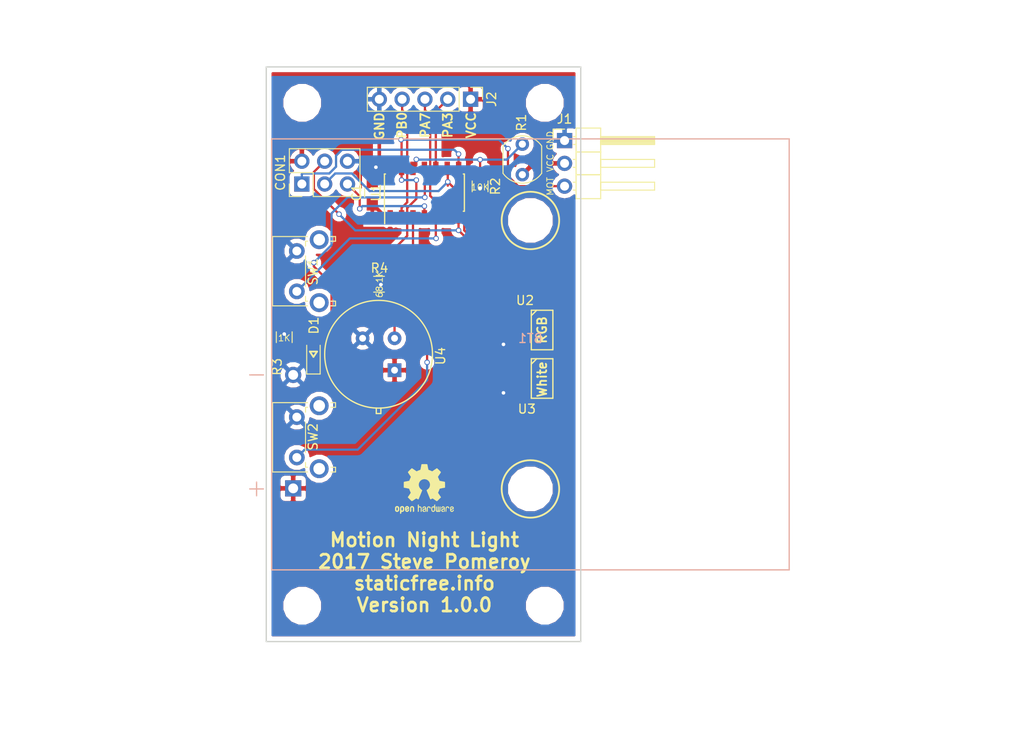
<source format=kicad_pcb>
(kicad_pcb (version 4) (host pcbnew 4.0.7+dfsg1-1)

  (general
    (links 42)
    (no_connects 3)
    (area 113.924999 59.924999 149.075001 124.075001)
    (thickness 1.6)
    (drawings 26)
    (tracks 159)
    (zones 0)
    (modules 21)
    (nets 18)
  )

  (page A4)
  (layers
    (0 F.Cu signal)
    (31 B.Cu signal)
    (32 B.Adhes user hide)
    (33 F.Adhes user hide)
    (34 B.Paste user hide)
    (35 F.Paste user hide)
    (36 B.SilkS user)
    (37 F.SilkS user)
    (38 B.Mask user)
    (39 F.Mask user)
    (40 Dwgs.User user)
    (41 Cmts.User user)
    (42 Eco1.User user)
    (43 Eco2.User user)
    (44 Edge.Cuts user)
    (45 Margin user)
    (46 B.CrtYd user)
    (47 F.CrtYd user)
    (48 B.Fab user hide)
    (49 F.Fab user)
  )

  (setup
    (last_trace_width 0.25)
    (trace_clearance 0.2)
    (zone_clearance 0.508)
    (zone_45_only no)
    (trace_min 0.2)
    (segment_width 0.2)
    (edge_width 0.15)
    (via_size 0.6)
    (via_drill 0.4)
    (via_min_size 0.4)
    (via_min_drill 0.3)
    (uvia_size 0.3)
    (uvia_drill 0.1)
    (uvias_allowed no)
    (uvia_min_size 0.2)
    (uvia_min_drill 0.1)
    (pcb_text_width 0.3)
    (pcb_text_size 1.5 1.5)
    (mod_edge_width 0.15)
    (mod_text_size 1 1)
    (mod_text_width 0.15)
    (pad_size 1.524 1.524)
    (pad_drill 0.762)
    (pad_to_mask_clearance 0.2)
    (aux_axis_origin 0 0)
    (visible_elements FFFFFF7F)
    (pcbplotparams
      (layerselection 0x00030_80000001)
      (usegerberextensions false)
      (excludeedgelayer true)
      (linewidth 0.100000)
      (plotframeref false)
      (viasonmask false)
      (mode 1)
      (useauxorigin false)
      (hpglpennumber 1)
      (hpglpenspeed 20)
      (hpglpendiameter 15)
      (hpglpenoverlay 2)
      (psnegative false)
      (psa4output false)
      (plotreference true)
      (plotvalue true)
      (plotinvisibletext false)
      (padsonsilk false)
      (subtractmaskfromsilk false)
      (outputformat 1)
      (mirror false)
      (drillshape 1)
      (scaleselection 1)
      (outputdirectory ""))
  )

  (net 0 "")
  (net 1 VCC)
  (net 2 /SCK)
  (net 3 /SDA)
  (net 4 /RESET)
  (net 5 GND)
  (net 6 /MOTION)
  (net 7 "Net-(U2-Pad5)")
  (net 8 "Net-(U2-Pad6)")
  (net 9 /MISO)
  (net 10 /AMBIENT)
  (net 11 /PB0)
  (net 12 /PA7)
  (net 13 /PA3)
  (net 14 /STATUS_LED)
  (net 15 "Net-(D1-Pad1)")
  (net 16 /BUTTON1)
  (net 17 /BUTTON2)

  (net_class Default "This is the default net class."
    (clearance 0.2)
    (trace_width 0.25)
    (via_dia 0.6)
    (via_drill 0.4)
    (uvia_dia 0.3)
    (uvia_drill 0.1)
    (add_net /AMBIENT)
    (add_net /BUTTON1)
    (add_net /BUTTON2)
    (add_net /MISO)
    (add_net /MOTION)
    (add_net /PA3)
    (add_net /PA7)
    (add_net /PB0)
    (add_net /RESET)
    (add_net /SCK)
    (add_net /SDA)
    (add_net /STATUS_LED)
    (add_net "Net-(D1-Pad1)")
    (add_net "Net-(U2-Pad5)")
    (add_net "Net-(U2-Pad6)")
  )

  (net_class Power ""
    (clearance 0.3)
    (trace_width 0.4)
    (via_dia 0.6)
    (via_drill 0.4)
    (uvia_dia 0.3)
    (uvia_drill 0.1)
    (add_net GND)
    (add_net VCC)
  )

  (module CrumpPrints:APA102_hand_solder (layer F.Cu) (tedit 59B434EE) (tstamp 59B44BB2)
    (at 144.7 89.3 270)
    (path /59B43E23)
    (clearance 0.1)
    (fp_text reference U2 (at -3.3 1.9 360) (layer F.SilkS)
      (effects (font (size 1 1) (thickness 0.15)))
    )
    (fp_text value APA102 (at 0 0 270) (layer F.Fab)
      (effects (font (size 1 1) (thickness 0.15)))
    )
    (fp_line (start -2.5 1.5) (end -1.5 2.5) (layer F.Fab) (width 0.15))
    (fp_line (start -2.5 -2.5) (end 2.5 -2.5) (layer F.Fab) (width 0.15))
    (fp_line (start 2.5 -2.5) (end 2.5 2.5) (layer F.Fab) (width 0.15))
    (fp_line (start 2.5 2.5) (end -2.5 2.5) (layer F.Fab) (width 0.15))
    (fp_line (start -2.5 2.5) (end -2.5 -2.5) (layer F.Fab) (width 0.15))
    (fp_line (start -2.2 0.6) (end -1.6 1.2) (layer F.SilkS) (width 0.15))
    (fp_line (start 2.2 1.2) (end -1.8 1.2) (layer F.SilkS) (width 0.15))
    (fp_line (start -2.2 -1.2) (end 2.2 -1.2) (layer F.SilkS) (width 0.15))
    (fp_line (start -1.8 1.2) (end -2.2 1.2) (layer F.SilkS) (width 0.15))
    (fp_line (start 2.2 -1.2) (end 2.2 1.2) (layer F.SilkS) (width 0.15))
    (fp_line (start -2.2 -1.2) (end -2.2 1.2) (layer F.SilkS) (width 0.15))
    (pad 3 smd rect (at 1.6 2.4) (size 1.8 1.2) (layers F.Cu F.Paste F.Mask)
      (net 5 GND))
    (pad 4 smd rect (at 1.6 -2.4) (size 1.8 1.2) (layers F.Cu F.Paste F.Mask)
      (net 1 VCC))
    (pad 5 smd rect (at 0 -2.4) (size 1.8 1.2) (layers F.Cu F.Paste F.Mask)
      (net 7 "Net-(U2-Pad5)"))
    (pad 2 smd rect (at 0 2.4) (size 1.8 1.2) (layers F.Cu F.Paste F.Mask)
      (net 2 /SCK))
    (pad 1 smd rect (at -1.6 2.4) (size 1.8 1.2) (layers F.Cu F.Paste F.Mask)
      (net 3 /SDA))
    (pad 6 smd rect (at -1.6 -2.4) (size 1.8 1.2) (layers F.Cu F.Paste F.Mask)
      (net 8 "Net-(U2-Pad6)"))
  )

  (module StaticfreeFootprints:Keystone_2464_3xAA locked (layer B.Cu) (tedit 5A07E048) (tstamp 59B47667)
    (at 143.4 92.014)
    (path /59B46A94)
    (fp_text reference BT1 (at 0 -1.778) (layer B.SilkS)
      (effects (font (size 1 1) (thickness 0.15)) (justify mirror))
    )
    (fp_text value Battery (at 0 0) (layer B.Fab)
      (effects (font (size 1 1) (thickness 0.15)) (justify mirror))
    )
    (fp_line (start -28.8 -24) (end -28.8 24) (layer B.SilkS) (width 0.15))
    (fp_line (start 28.8 -24) (end -28.8 -24) (layer B.SilkS) (width 0.15))
    (fp_line (start 28.8 24) (end 28.8 -24) (layer B.SilkS) (width 0.15))
    (fp_line (start -28.8 24) (end 28.8 24) (layer B.SilkS) (width 0.15))
    (fp_line (start -29.4 -24.6) (end -29.4 24.6) (layer B.CrtYd) (width 0.15))
    (fp_line (start 29.4 -24.6) (end -29.4 -24.6) (layer B.CrtYd) (width 0.15))
    (fp_line (start 29.4 24.6) (end 29.4 -24.6) (layer B.CrtYd) (width 0.15))
    (fp_line (start -29.4 24.6) (end 29.4 24.6) (layer B.CrtYd) (width 0.15))
    (fp_line (start -29.718 2.286) (end -31.242 2.286) (layer B.SilkS) (width 0.15))
    (fp_line (start -31.242 14.986) (end -29.718 14.986) (layer B.SilkS) (width 0.15))
    (fp_line (start -30.48 15.748) (end -30.48 14.224) (layer B.SilkS) (width 0.15))
    (fp_line (start -28.9941 -24.1427) (end -28.9941 24.1427) (layer B.Fab) (width 0.15))
    (fp_line (start 28.9941 -24.1427) (end -28.9941 -24.1427) (layer B.Fab) (width 0.15))
    (fp_line (start 28.9941 24.1427) (end 28.9941 -24.1427) (layer B.Fab) (width 0.15))
    (fp_line (start -28.9941 24.1427) (end 28.9941 24.1427) (layer B.Fab) (width 0.15))
    (pad 2 thru_hole circle (at -26.4033 2.286) (size 1.8 1.8) (drill 1.1) (layers *.Cu *.Mask)
      (net 5 GND))
    (pad 1 thru_hole rect (at -26.4033 14.9225) (size 1.8 1.8) (drill 1.1) (layers *.Cu *.Mask)
      (net 1 VCC))
    (pad "" np_thru_hole circle (at 0 -14.9225) (size 3.9624 3.9624) (drill 3.9624) (layers *.Cu *.Mask))
    (pad "" np_thru_hole circle (at 0 14.986) (size 3.9624 3.9624) (drill 3.9624) (layers *.Cu *.Mask))
  )

  (module Resistors_SMD:R_0805_HandSoldering (layer F.Cu) (tedit 5A281E26) (tstamp 59EB4353)
    (at 137.8 73.3 270)
    (descr "Resistor SMD 0805, hand soldering")
    (tags "resistor 0805")
    (path /59B47F68)
    (attr smd)
    (fp_text reference R2 (at 0 -1.7 270) (layer F.SilkS)
      (effects (font (size 1 1) (thickness 0.15)))
    )
    (fp_text value 10K (at 0.1 0 360) (layer F.SilkS)
      (effects (font (size 0.7 0.7) (thickness 0.1)))
    )
    (fp_text user %R (at 0 0 270) (layer F.Fab)
      (effects (font (size 0.5 0.5) (thickness 0.075)))
    )
    (fp_line (start -1 0.62) (end -1 -0.62) (layer F.Fab) (width 0.1))
    (fp_line (start 1 0.62) (end -1 0.62) (layer F.Fab) (width 0.1))
    (fp_line (start 1 -0.62) (end 1 0.62) (layer F.Fab) (width 0.1))
    (fp_line (start -1 -0.62) (end 1 -0.62) (layer F.Fab) (width 0.1))
    (fp_line (start 0.6 0.88) (end -0.6 0.88) (layer F.SilkS) (width 0.12))
    (fp_line (start -0.6 -0.88) (end 0.6 -0.88) (layer F.SilkS) (width 0.12))
    (fp_line (start -2.35 -0.9) (end 2.35 -0.9) (layer F.CrtYd) (width 0.05))
    (fp_line (start -2.35 -0.9) (end -2.35 0.9) (layer F.CrtYd) (width 0.05))
    (fp_line (start 2.35 0.9) (end 2.35 -0.9) (layer F.CrtYd) (width 0.05))
    (fp_line (start 2.35 0.9) (end -2.35 0.9) (layer F.CrtYd) (width 0.05))
    (pad 1 smd rect (at -1.35 0 270) (size 1.5 1.3) (layers F.Cu F.Paste F.Mask)
      (net 10 /AMBIENT))
    (pad 2 smd rect (at 1.35 0 270) (size 1.5 1.3) (layers F.Cu F.Paste F.Mask)
      (net 5 GND))
    (model ${KISYS3DMOD}/Resistors_SMD.3dshapes/R_0805.wrl
      (at (xyz 0 0 0))
      (scale (xyz 1 1 1))
      (rotate (xyz 0 0 0))
    )
  )

  (module Resistors_SMD:R_0805_HandSoldering (layer F.Cu) (tedit 5A281E08) (tstamp 59F56143)
    (at 126.55 84.2 180)
    (descr "Resistor SMD 0805, hand soldering")
    (tags "resistor 0805")
    (path /59F517DC)
    (attr smd)
    (fp_text reference R4 (at -0.05 1.8 180) (layer F.SilkS)
      (effects (font (size 1 1) (thickness 0.15)))
    )
    (fp_text value 68.1K (at -0.05 0 270) (layer F.SilkS)
      (effects (font (size 0.7 0.7) (thickness 0.1)))
    )
    (fp_text user %R (at 0 0 180) (layer F.Fab)
      (effects (font (size 0.5 0.5) (thickness 0.075)))
    )
    (fp_line (start -1 0.62) (end -1 -0.62) (layer F.Fab) (width 0.1))
    (fp_line (start 1 0.62) (end -1 0.62) (layer F.Fab) (width 0.1))
    (fp_line (start 1 -0.62) (end 1 0.62) (layer F.Fab) (width 0.1))
    (fp_line (start -1 -0.62) (end 1 -0.62) (layer F.Fab) (width 0.1))
    (fp_line (start 0.6 0.88) (end -0.6 0.88) (layer F.SilkS) (width 0.12))
    (fp_line (start -0.6 -0.88) (end 0.6 -0.88) (layer F.SilkS) (width 0.12))
    (fp_line (start -2.35 -0.9) (end 2.35 -0.9) (layer F.CrtYd) (width 0.05))
    (fp_line (start -2.35 -0.9) (end -2.35 0.9) (layer F.CrtYd) (width 0.05))
    (fp_line (start 2.35 0.9) (end 2.35 -0.9) (layer F.CrtYd) (width 0.05))
    (fp_line (start 2.35 0.9) (end -2.35 0.9) (layer F.CrtYd) (width 0.05))
    (pad 1 smd rect (at -1.35 0 180) (size 1.5 1.3) (layers F.Cu F.Paste F.Mask)
      (net 5 GND))
    (pad 2 smd rect (at 1.35 0 180) (size 1.5 1.3) (layers F.Cu F.Paste F.Mask)
      (net 6 /MOTION))
    (model ${KISYS3DMOD}/Resistors_SMD.3dshapes/R_0805.wrl
      (at (xyz 0 0 0))
      (scale (xyz 1 1 1))
      (rotate (xyz 0 0 0))
    )
  )

  (module Opto-Devices:Resistor_LDR_5.1x4.3_RM3.4 (layer F.Cu) (tedit 5A281D15) (tstamp 59B482FF)
    (at 142.5 72 90)
    (descr "Resistor, LDR 5.1x3.4mm")
    (tags "Resistor LDR5.1x3.4mm")
    (path /59B47F29)
    (fp_text reference R1 (at 5.8 -0.1 90) (layer F.SilkS)
      (effects (font (size 1 1) (thickness 0.15)))
    )
    (fp_text value R_PHOTO (at -2 0 180) (layer F.Fab)
      (effects (font (size 1 1) (thickness 0.15)))
    )
    (fp_line (start 0.15 2.15) (end 3.2 2.15) (layer F.SilkS) (width 0.12))
    (fp_line (start 0.15 -2.15) (end 3.2 -2.15) (layer F.SilkS) (width 0.12))
    (fp_line (start 1 0) (end 2.3 0) (layer F.Fab) (width 0.1))
    (fp_line (start 2.3 0) (end 2.3 -0.6) (layer F.Fab) (width 0.1))
    (fp_line (start 2.3 -0.6) (end 0.8 -0.6) (layer F.Fab) (width 0.1))
    (fp_line (start 2.6 0.6) (end 1 0.6) (layer F.Fab) (width 0.1))
    (fp_line (start 0.8 -1.8) (end 2.6 -1.8) (layer F.Fab) (width 0.1))
    (fp_line (start 2.6 -1.8) (end 2.6 -1.2) (layer F.Fab) (width 0.1))
    (fp_line (start 2.6 -1.2) (end 0.8 -1.2) (layer F.Fab) (width 0.1))
    (fp_line (start 0.8 -1.2) (end 0.8 -0.6) (layer F.Fab) (width 0.1))
    (fp_line (start 1 0) (end 1 0.6) (layer F.Fab) (width 0.1))
    (fp_line (start 2.6 0.6) (end 2.6 1.2) (layer F.Fab) (width 0.1))
    (fp_line (start 2.6 1.2) (end 0.8 1.2) (layer F.Fab) (width 0.1))
    (fp_line (start 0.8 1.2) (end 0.8 1.8) (layer F.Fab) (width 0.1))
    (fp_line (start 0.8 1.8) (end 2.6 1.8) (layer F.Fab) (width 0.1))
    (fp_line (start 3.2 2.1) (end 0.2 2.1) (layer F.Fab) (width 0.1))
    (fp_line (start 0.2 -2.1) (end 3.2 -2.1) (layer F.Fab) (width 0.1))
    (fp_line (start -1.13 -2.35) (end 4.53 -2.35) (layer F.CrtYd) (width 0.05))
    (fp_line (start -1.13 -2.35) (end -1.13 2.35) (layer F.CrtYd) (width 0.05))
    (fp_line (start 4.53 2.35) (end 4.53 -2.35) (layer F.CrtYd) (width 0.05))
    (fp_line (start 4.53 2.35) (end -1.13 2.35) (layer F.CrtYd) (width 0.05))
    (fp_arc (start 1.7 0) (end 0.15 2.15) (angle 109) (layer F.SilkS) (width 0.12))
    (fp_arc (start 1.7 0) (end 3.2 -2.15) (angle 109) (layer F.SilkS) (width 0.12))
    (fp_arc (start 1.7 0) (end 3.2 -2.1) (angle 109) (layer F.Fab) (width 0.1))
    (fp_arc (start 1.7 0) (end 0.2 2.1) (angle 109) (layer F.Fab) (width 0.1))
    (pad 1 thru_hole circle (at 0 0 90) (size 1.5 1.5) (drill 0.8) (layers *.Cu *.Mask)
      (net 1 VCC))
    (pad 2 thru_hole circle (at 3.4 0 90) (size 1.5 1.5) (drill 0.8) (layers *.Cu *.Mask)
      (net 10 /AMBIENT))
  )

  (module Housings_SOIC:SOIC-14_3.9x8.7mm_Pitch1.27mm (layer F.Cu) (tedit 574D9791) (tstamp 59B44E27)
    (at 131.6 74 90)
    (descr "14-Lead Plastic Small Outline (SL) - Narrow, 3.90 mm Body [SOIC] (see Microchip Packaging Specification 00000049BS.pdf)")
    (tags "SOIC 1.27")
    (path /59B43E7D)
    (attr smd)
    (fp_text reference U1 (at 0 -5.375 90) (layer F.SilkS)
      (effects (font (size 1 1) (thickness 0.15)))
    )
    (fp_text value ATTINY84A-SSU (at -5 0 180) (layer F.Fab)
      (effects (font (size 1 1) (thickness 0.15)))
    )
    (fp_line (start -0.95 -4.35) (end 1.95 -4.35) (layer F.Fab) (width 0.15))
    (fp_line (start 1.95 -4.35) (end 1.95 4.35) (layer F.Fab) (width 0.15))
    (fp_line (start 1.95 4.35) (end -1.95 4.35) (layer F.Fab) (width 0.15))
    (fp_line (start -1.95 4.35) (end -1.95 -3.35) (layer F.Fab) (width 0.15))
    (fp_line (start -1.95 -3.35) (end -0.95 -4.35) (layer F.Fab) (width 0.15))
    (fp_line (start -3.7 -4.65) (end -3.7 4.65) (layer F.CrtYd) (width 0.05))
    (fp_line (start 3.7 -4.65) (end 3.7 4.65) (layer F.CrtYd) (width 0.05))
    (fp_line (start -3.7 -4.65) (end 3.7 -4.65) (layer F.CrtYd) (width 0.05))
    (fp_line (start -3.7 4.65) (end 3.7 4.65) (layer F.CrtYd) (width 0.05))
    (fp_line (start -2.075 -4.45) (end -2.075 -4.425) (layer F.SilkS) (width 0.15))
    (fp_line (start 2.075 -4.45) (end 2.075 -4.335) (layer F.SilkS) (width 0.15))
    (fp_line (start 2.075 4.45) (end 2.075 4.335) (layer F.SilkS) (width 0.15))
    (fp_line (start -2.075 4.45) (end -2.075 4.335) (layer F.SilkS) (width 0.15))
    (fp_line (start -2.075 -4.45) (end 2.075 -4.45) (layer F.SilkS) (width 0.15))
    (fp_line (start -2.075 4.45) (end 2.075 4.45) (layer F.SilkS) (width 0.15))
    (fp_line (start -2.075 -4.425) (end -3.45 -4.425) (layer F.SilkS) (width 0.15))
    (pad 1 smd rect (at -2.7 -3.81 90) (size 1.5 0.6) (layers F.Cu F.Paste F.Mask)
      (net 1 VCC))
    (pad 2 smd rect (at -2.7 -2.54 90) (size 1.5 0.6) (layers F.Cu F.Paste F.Mask)
      (net 11 /PB0))
    (pad 3 smd rect (at -2.7 -1.27 90) (size 1.5 0.6) (layers F.Cu F.Paste F.Mask)
      (net 17 /BUTTON2))
    (pad 4 smd rect (at -2.7 0 90) (size 1.5 0.6) (layers F.Cu F.Paste F.Mask)
      (net 4 /RESET))
    (pad 5 smd rect (at -2.7 1.27 90) (size 1.5 0.6) (layers F.Cu F.Paste F.Mask)
      (net 16 /BUTTON1))
    (pad 6 smd rect (at -2.7 2.54 90) (size 1.5 0.6) (layers F.Cu F.Paste F.Mask)
      (net 12 /PA7))
    (pad 7 smd rect (at -2.7 3.81 90) (size 1.5 0.6) (layers F.Cu F.Paste F.Mask)
      (net 3 /SDA))
    (pad 8 smd rect (at 2.7 3.81 90) (size 1.5 0.6) (layers F.Cu F.Paste F.Mask)
      (net 9 /MISO))
    (pad 9 smd rect (at 2.7 2.54 90) (size 1.5 0.6) (layers F.Cu F.Paste F.Mask)
      (net 2 /SCK))
    (pad 10 smd rect (at 2.7 1.27 90) (size 1.5 0.6) (layers F.Cu F.Paste F.Mask)
      (net 13 /PA3))
    (pad 11 smd rect (at 2.7 0 90) (size 1.5 0.6) (layers F.Cu F.Paste F.Mask)
      (net 14 /STATUS_LED))
    (pad 12 smd rect (at 2.7 -1.27 90) (size 1.5 0.6) (layers F.Cu F.Paste F.Mask)
      (net 10 /AMBIENT))
    (pad 13 smd rect (at 2.7 -2.54 90) (size 1.5 0.6) (layers F.Cu F.Paste F.Mask)
      (net 6 /MOTION))
    (pad 14 smd rect (at 2.7 -3.81 90) (size 1.5 0.6) (layers F.Cu F.Paste F.Mask)
      (net 5 GND))
    (model Housings_SOIC.3dshapes/SOIC-14_3.9x8.7mm_Pitch1.27mm.wrl
      (at (xyz 0 0 0))
      (scale (xyz 1 1 1))
      (rotate (xyz 0 0 0))
    )
  )

  (module Pin_Headers:Pin_Header_Straight_1x05_Pitch2.54mm (layer F.Cu) (tedit 5A38BA48) (tstamp 59F8DFD9)
    (at 136.74 63.6 270)
    (descr "Through hole straight pin header, 1x05, 2.54mm pitch, single row")
    (tags "Through hole pin header THT 1x05 2.54mm single row")
    (path /59F61956)
    (fp_text reference J2 (at 0 -2.33 270) (layer F.SilkS)
      (effects (font (size 1 1) (thickness 0.15)))
    )
    (fp_text value Conn_01x05 (at -2.5 5.64 360) (layer F.Fab)
      (effects (font (size 1 1) (thickness 0.15)))
    )
    (fp_line (start -0.635 -1.27) (end 1.27 -1.27) (layer F.Fab) (width 0.1))
    (fp_line (start 1.27 -1.27) (end 1.27 11.43) (layer F.Fab) (width 0.1))
    (fp_line (start 1.27 11.43) (end -1.27 11.43) (layer F.Fab) (width 0.1))
    (fp_line (start -1.27 11.43) (end -1.27 -0.635) (layer F.Fab) (width 0.1))
    (fp_line (start -1.27 -0.635) (end -0.635 -1.27) (layer F.Fab) (width 0.1))
    (fp_line (start -1.33 11.49) (end 1.33 11.49) (layer F.SilkS) (width 0.12))
    (fp_line (start -1.33 1.27) (end -1.33 11.49) (layer F.SilkS) (width 0.12))
    (fp_line (start 1.33 1.27) (end 1.33 11.49) (layer F.SilkS) (width 0.12))
    (fp_line (start -1.33 1.27) (end 1.33 1.27) (layer F.SilkS) (width 0.12))
    (fp_line (start -1.33 0) (end -1.33 -1.33) (layer F.SilkS) (width 0.12))
    (fp_line (start -1.33 -1.33) (end 0 -1.33) (layer F.SilkS) (width 0.12))
    (fp_line (start -1.8 -1.8) (end -1.8 11.95) (layer F.CrtYd) (width 0.05))
    (fp_line (start -1.8 11.95) (end 1.8 11.95) (layer F.CrtYd) (width 0.05))
    (fp_line (start 1.8 11.95) (end 1.8 -1.8) (layer F.CrtYd) (width 0.05))
    (fp_line (start 1.8 -1.8) (end -1.8 -1.8) (layer F.CrtYd) (width 0.05))
    (fp_text user %R (at 0 5.08 360) (layer F.Fab)
      (effects (font (size 1 1) (thickness 0.15)))
    )
    (pad 1 thru_hole rect (at 0 0 270) (size 1.7 1.7) (drill 1) (layers *.Cu *.Mask)
      (net 1 VCC))
    (pad 2 thru_hole oval (at 0 2.54 270) (size 1.7 1.7) (drill 1) (layers *.Cu *.Mask)
      (net 13 /PA3))
    (pad 3 thru_hole oval (at 0 5.08 270) (size 1.7 1.7) (drill 1) (layers *.Cu *.Mask)
      (net 12 /PA7))
    (pad 4 thru_hole oval (at 0 7.62 270) (size 1.7 1.7) (drill 1) (layers *.Cu *.Mask)
      (net 11 /PB0))
    (pad 5 thru_hole oval (at 0 10.16 270) (size 1.7 1.7) (drill 1) (layers *.Cu *.Mask)
      (net 5 GND))
  )

  (module Mounting_Holes:MountingHole_3.2mm_M3 locked (layer F.Cu) (tedit 5A13C874) (tstamp 59F6CDFF)
    (at 145 64)
    (descr "Mounting Hole 3.2mm, no annular, M3")
    (tags "mounting hole 3.2mm no annular m3")
    (fp_text reference REF** (at 0 -4.2) (layer F.Fab) hide
      (effects (font (size 1 1) (thickness 0.15)))
    )
    (fp_text value 3.2mm_M3 (at 0 -5.4) (layer F.Fab)
      (effects (font (size 1 1) (thickness 0.15)))
    )
    (fp_circle (center 0 0) (end 3.2 0) (layer Cmts.User) (width 0.15))
    (fp_circle (center 0 0) (end 3.45 0) (layer F.CrtYd) (width 0.05))
    (pad 1 np_thru_hole circle (at 0 0) (size 3.2 3.2) (drill 3.2) (layers *.Cu *.Mask))
  )

  (module Mounting_Holes:MountingHole_3.2mm_M3 locked (layer F.Cu) (tedit 5A13C8B4) (tstamp 59F6CE14)
    (at 145 120)
    (descr "Mounting Hole 3.2mm, no annular, M3")
    (tags "mounting hole 3.2mm no annular m3")
    (fp_text reference REF** (at 6.4 0.4) (layer F.Fab) hide
      (effects (font (size 1 1) (thickness 0.15)))
    )
    (fp_text value 3.2mm_M3 (at 0 5.8) (layer F.Fab)
      (effects (font (size 1 1) (thickness 0.15)))
    )
    (fp_circle (center 0 0) (end 3.2 0) (layer Cmts.User) (width 0.15))
    (fp_circle (center 0 0) (end 3.45 0) (layer F.CrtYd) (width 0.05))
    (pad 1 np_thru_hole circle (at 0 0) (size 3.2 3.2) (drill 3.2) (layers *.Cu *.Mask))
  )

  (module Mounting_Holes:MountingHole_3.2mm_M3 locked (layer F.Cu) (tedit 5A13C8AE) (tstamp 59F6CE0E)
    (at 118 120)
    (descr "Mounting Hole 3.2mm, no annular, M3")
    (tags "mounting hole 3.2mm no annular m3")
    (fp_text reference REF** (at -6.2 0) (layer F.Fab) hide
      (effects (font (size 1 1) (thickness 0.15)))
    )
    (fp_text value 3.2mm_M3 (at 0 5.8) (layer F.Fab)
      (effects (font (size 1 1) (thickness 0.15)))
    )
    (fp_circle (center 0 0) (end 3.2 0) (layer Cmts.User) (width 0.15))
    (fp_circle (center 0 0) (end 3.45 0) (layer F.CrtYd) (width 0.05))
    (pad 1 np_thru_hole circle (at 0 0) (size 3.2 3.2) (drill 3.2) (layers *.Cu *.Mask))
  )

  (module Pin_Headers:Pin_Header_Straight_2x03_Pitch2.54mm (layer F.Cu) (tedit 5A38B9FD) (tstamp 59B44B87)
    (at 117.96 73.04 90)
    (descr "Through hole straight pin header, 2x03, 2.54mm pitch, double rows")
    (tags "Through hole pin header THT 2x03 2.54mm double row")
    (path /59B44627)
    (fp_text reference CON1 (at 1.27 -2.39 90) (layer F.SilkS)
      (effects (font (size 1 1) (thickness 0.15)))
    )
    (fp_text value AVR-ISP-6 (at -2.36 2.14 180) (layer F.Fab)
      (effects (font (size 1 1) (thickness 0.15)))
    )
    (fp_line (start -1.27 -1.27) (end -1.27 6.35) (layer F.Fab) (width 0.1))
    (fp_line (start -1.27 6.35) (end 3.81 6.35) (layer F.Fab) (width 0.1))
    (fp_line (start 3.81 6.35) (end 3.81 -1.27) (layer F.Fab) (width 0.1))
    (fp_line (start 3.81 -1.27) (end -1.27 -1.27) (layer F.Fab) (width 0.1))
    (fp_line (start -1.39 1.27) (end -1.39 6.47) (layer F.SilkS) (width 0.12))
    (fp_line (start -1.39 6.47) (end 3.93 6.47) (layer F.SilkS) (width 0.12))
    (fp_line (start 3.93 6.47) (end 3.93 -1.39) (layer F.SilkS) (width 0.12))
    (fp_line (start 3.93 -1.39) (end 1.27 -1.39) (layer F.SilkS) (width 0.12))
    (fp_line (start 1.27 -1.39) (end 1.27 1.27) (layer F.SilkS) (width 0.12))
    (fp_line (start 1.27 1.27) (end -1.39 1.27) (layer F.SilkS) (width 0.12))
    (fp_line (start -1.39 0) (end -1.39 -1.39) (layer F.SilkS) (width 0.12))
    (fp_line (start -1.39 -1.39) (end 0 -1.39) (layer F.SilkS) (width 0.12))
    (fp_line (start -1.6 -1.6) (end -1.6 6.6) (layer F.CrtYd) (width 0.05))
    (fp_line (start -1.6 6.6) (end 4.1 6.6) (layer F.CrtYd) (width 0.05))
    (fp_line (start 4.1 6.6) (end 4.1 -1.6) (layer F.CrtYd) (width 0.05))
    (fp_line (start 4.1 -1.6) (end -1.6 -1.6) (layer F.CrtYd) (width 0.05))
    (pad 1 thru_hole rect (at 0 0 90) (size 1.7 1.7) (drill 1) (layers *.Cu *.Mask)
      (net 9 /MISO))
    (pad 2 thru_hole oval (at 2.54 0 90) (size 1.7 1.7) (drill 1) (layers *.Cu *.Mask)
      (net 1 VCC))
    (pad 3 thru_hole oval (at 0 2.54 90) (size 1.7 1.7) (drill 1) (layers *.Cu *.Mask)
      (net 2 /SCK))
    (pad 4 thru_hole oval (at 2.54 2.54 90) (size 1.7 1.7) (drill 1) (layers *.Cu *.Mask)
      (net 3 /SDA))
    (pad 5 thru_hole oval (at 0 5.08 90) (size 1.7 1.7) (drill 1) (layers *.Cu *.Mask)
      (net 4 /RESET))
    (pad 6 thru_hole oval (at 2.54 5.08 90) (size 1.7 1.7) (drill 1) (layers *.Cu *.Mask)
      (net 5 GND))
  )

  (module Pin_Headers:Pin_Header_Angled_1x03_Pitch2.54mm (layer F.Cu) (tedit 5A38BA7B) (tstamp 59B44B8E)
    (at 147.2 68.2)
    (descr "Through hole angled pin header, 1x03, 2.54mm pitch, 6mm pin length, single row")
    (tags "Through hole angled pin header THT 1x03 2.54mm single row")
    (path /59B442E7)
    (fp_text reference J1 (at 0 -2.4) (layer F.SilkS)
      (effects (font (size 1 1) (thickness 0.15)))
    )
    (fp_text value MOTION (at 7.9 7.6) (layer F.Fab)
      (effects (font (size 1 1) (thickness 0.15)))
    )
    (fp_line (start 1.4 -1.27) (end 1.4 1.27) (layer F.Fab) (width 0.1))
    (fp_line (start 1.4 1.27) (end 3.9 1.27) (layer F.Fab) (width 0.1))
    (fp_line (start 3.9 1.27) (end 3.9 -1.27) (layer F.Fab) (width 0.1))
    (fp_line (start 3.9 -1.27) (end 1.4 -1.27) (layer F.Fab) (width 0.1))
    (fp_line (start 0 -0.32) (end 0 0.32) (layer F.Fab) (width 0.1))
    (fp_line (start 0 0.32) (end 9.9 0.32) (layer F.Fab) (width 0.1))
    (fp_line (start 9.9 0.32) (end 9.9 -0.32) (layer F.Fab) (width 0.1))
    (fp_line (start 9.9 -0.32) (end 0 -0.32) (layer F.Fab) (width 0.1))
    (fp_line (start 1.4 1.27) (end 1.4 3.81) (layer F.Fab) (width 0.1))
    (fp_line (start 1.4 3.81) (end 3.9 3.81) (layer F.Fab) (width 0.1))
    (fp_line (start 3.9 3.81) (end 3.9 1.27) (layer F.Fab) (width 0.1))
    (fp_line (start 3.9 1.27) (end 1.4 1.27) (layer F.Fab) (width 0.1))
    (fp_line (start 0 2.22) (end 0 2.86) (layer F.Fab) (width 0.1))
    (fp_line (start 0 2.86) (end 9.9 2.86) (layer F.Fab) (width 0.1))
    (fp_line (start 9.9 2.86) (end 9.9 2.22) (layer F.Fab) (width 0.1))
    (fp_line (start 9.9 2.22) (end 0 2.22) (layer F.Fab) (width 0.1))
    (fp_line (start 1.4 3.81) (end 1.4 6.35) (layer F.Fab) (width 0.1))
    (fp_line (start 1.4 6.35) (end 3.9 6.35) (layer F.Fab) (width 0.1))
    (fp_line (start 3.9 6.35) (end 3.9 3.81) (layer F.Fab) (width 0.1))
    (fp_line (start 3.9 3.81) (end 1.4 3.81) (layer F.Fab) (width 0.1))
    (fp_line (start 0 4.76) (end 0 5.4) (layer F.Fab) (width 0.1))
    (fp_line (start 0 5.4) (end 9.9 5.4) (layer F.Fab) (width 0.1))
    (fp_line (start 9.9 5.4) (end 9.9 4.76) (layer F.Fab) (width 0.1))
    (fp_line (start 9.9 4.76) (end 0 4.76) (layer F.Fab) (width 0.1))
    (fp_line (start 1.28 -1.39) (end 1.28 1.27) (layer F.SilkS) (width 0.12))
    (fp_line (start 1.28 1.27) (end 4.02 1.27) (layer F.SilkS) (width 0.12))
    (fp_line (start 4.02 1.27) (end 4.02 -1.39) (layer F.SilkS) (width 0.12))
    (fp_line (start 4.02 -1.39) (end 1.28 -1.39) (layer F.SilkS) (width 0.12))
    (fp_line (start 4.02 -0.44) (end 4.02 0.44) (layer F.SilkS) (width 0.12))
    (fp_line (start 4.02 0.44) (end 10.02 0.44) (layer F.SilkS) (width 0.12))
    (fp_line (start 10.02 0.44) (end 10.02 -0.44) (layer F.SilkS) (width 0.12))
    (fp_line (start 10.02 -0.44) (end 4.02 -0.44) (layer F.SilkS) (width 0.12))
    (fp_line (start 0.97 -0.44) (end 1.28 -0.44) (layer F.SilkS) (width 0.12))
    (fp_line (start 0.97 0.44) (end 1.28 0.44) (layer F.SilkS) (width 0.12))
    (fp_line (start 4.02 -0.32) (end 10.02 -0.32) (layer F.SilkS) (width 0.12))
    (fp_line (start 4.02 -0.2) (end 10.02 -0.2) (layer F.SilkS) (width 0.12))
    (fp_line (start 4.02 -0.08) (end 10.02 -0.08) (layer F.SilkS) (width 0.12))
    (fp_line (start 4.02 0.04) (end 10.02 0.04) (layer F.SilkS) (width 0.12))
    (fp_line (start 4.02 0.16) (end 10.02 0.16) (layer F.SilkS) (width 0.12))
    (fp_line (start 4.02 0.28) (end 10.02 0.28) (layer F.SilkS) (width 0.12))
    (fp_line (start 4.02 0.4) (end 10.02 0.4) (layer F.SilkS) (width 0.12))
    (fp_line (start 1.28 1.27) (end 1.28 3.81) (layer F.SilkS) (width 0.12))
    (fp_line (start 1.28 3.81) (end 4.02 3.81) (layer F.SilkS) (width 0.12))
    (fp_line (start 4.02 3.81) (end 4.02 1.27) (layer F.SilkS) (width 0.12))
    (fp_line (start 4.02 1.27) (end 1.28 1.27) (layer F.SilkS) (width 0.12))
    (fp_line (start 4.02 2.1) (end 4.02 2.98) (layer F.SilkS) (width 0.12))
    (fp_line (start 4.02 2.98) (end 10.02 2.98) (layer F.SilkS) (width 0.12))
    (fp_line (start 10.02 2.98) (end 10.02 2.1) (layer F.SilkS) (width 0.12))
    (fp_line (start 10.02 2.1) (end 4.02 2.1) (layer F.SilkS) (width 0.12))
    (fp_line (start 0.97 2.1) (end 1.28 2.1) (layer F.SilkS) (width 0.12))
    (fp_line (start 0.97 2.98) (end 1.28 2.98) (layer F.SilkS) (width 0.12))
    (fp_line (start 1.28 3.81) (end 1.28 6.47) (layer F.SilkS) (width 0.12))
    (fp_line (start 1.28 6.47) (end 4.02 6.47) (layer F.SilkS) (width 0.12))
    (fp_line (start 4.02 6.47) (end 4.02 3.81) (layer F.SilkS) (width 0.12))
    (fp_line (start 4.02 3.81) (end 1.28 3.81) (layer F.SilkS) (width 0.12))
    (fp_line (start 4.02 4.64) (end 4.02 5.52) (layer F.SilkS) (width 0.12))
    (fp_line (start 4.02 5.52) (end 10.02 5.52) (layer F.SilkS) (width 0.12))
    (fp_line (start 10.02 5.52) (end 10.02 4.64) (layer F.SilkS) (width 0.12))
    (fp_line (start 10.02 4.64) (end 4.02 4.64) (layer F.SilkS) (width 0.12))
    (fp_line (start 0.97 4.64) (end 1.28 4.64) (layer F.SilkS) (width 0.12))
    (fp_line (start 0.97 5.52) (end 1.28 5.52) (layer F.SilkS) (width 0.12))
    (fp_line (start -1.27 0) (end -1.27 -1.27) (layer F.SilkS) (width 0.12))
    (fp_line (start -1.27 -1.27) (end 0 -1.27) (layer F.SilkS) (width 0.12))
    (fp_line (start -1.6 -1.6) (end -1.6 6.6) (layer F.CrtYd) (width 0.05))
    (fp_line (start -1.6 6.6) (end 10.2 6.6) (layer F.CrtYd) (width 0.05))
    (fp_line (start 10.2 6.6) (end 10.2 -1.6) (layer F.CrtYd) (width 0.05))
    (fp_line (start 10.2 -1.6) (end -1.6 -1.6) (layer F.CrtYd) (width 0.05))
    (pad 1 thru_hole rect (at 0 0) (size 1.7 1.7) (drill 1) (layers *.Cu *.Mask)
      (net 5 GND))
    (pad 2 thru_hole oval (at 0 2.54) (size 1.7 1.7) (drill 1) (layers *.Cu *.Mask)
      (net 1 VCC))
    (pad 3 thru_hole oval (at 0 5.08) (size 1.7 1.7) (drill 1) (layers *.Cu *.Mask)
      (net 6 /MOTION))
  )

  (module CrumpPrints:APA102_hand_solder (layer F.Cu) (tedit 59B434EE) (tstamp 59B44BBC)
    (at 144.7 94.7 270)
    (path /59B43E3A)
    (clearance 0.1)
    (fp_text reference U3 (at 3.4 1.7 360) (layer F.SilkS)
      (effects (font (size 1 1) (thickness 0.15)))
    )
    (fp_text value APA102 (at 0 0 270) (layer F.Fab)
      (effects (font (size 1 1) (thickness 0.15)))
    )
    (fp_line (start -2.5 1.5) (end -1.5 2.5) (layer F.Fab) (width 0.15))
    (fp_line (start -2.5 -2.5) (end 2.5 -2.5) (layer F.Fab) (width 0.15))
    (fp_line (start 2.5 -2.5) (end 2.5 2.5) (layer F.Fab) (width 0.15))
    (fp_line (start 2.5 2.5) (end -2.5 2.5) (layer F.Fab) (width 0.15))
    (fp_line (start -2.5 2.5) (end -2.5 -2.5) (layer F.Fab) (width 0.15))
    (fp_line (start -2.2 0.6) (end -1.6 1.2) (layer F.SilkS) (width 0.15))
    (fp_line (start 2.2 1.2) (end -1.8 1.2) (layer F.SilkS) (width 0.15))
    (fp_line (start -2.2 -1.2) (end 2.2 -1.2) (layer F.SilkS) (width 0.15))
    (fp_line (start -1.8 1.2) (end -2.2 1.2) (layer F.SilkS) (width 0.15))
    (fp_line (start 2.2 -1.2) (end 2.2 1.2) (layer F.SilkS) (width 0.15))
    (fp_line (start -2.2 -1.2) (end -2.2 1.2) (layer F.SilkS) (width 0.15))
    (pad 3 smd rect (at 1.6 2.4) (size 1.8 1.2) (layers F.Cu F.Paste F.Mask)
      (net 5 GND))
    (pad 4 smd rect (at 1.6 -2.4) (size 1.8 1.2) (layers F.Cu F.Paste F.Mask)
      (net 1 VCC))
    (pad 5 smd rect (at 0 -2.4) (size 1.8 1.2) (layers F.Cu F.Paste F.Mask))
    (pad 2 smd rect (at 0 2.4) (size 1.8 1.2) (layers F.Cu F.Paste F.Mask)
      (net 7 "Net-(U2-Pad5)"))
    (pad 1 smd rect (at -1.6 2.4) (size 1.8 1.2) (layers F.Cu F.Paste F.Mask)
      (net 8 "Net-(U2-Pad6)"))
    (pad 6 smd rect (at -1.6 -2.4) (size 1.8 1.2) (layers F.Cu F.Paste F.Mask))
  )

  (module LEDs:LED_0805_HandSoldering (layer F.Cu) (tedit 595FCA25) (tstamp 59F0FD1F)
    (at 119.25 92 90)
    (descr "Resistor SMD 0805, hand soldering")
    (tags "resistor 0805")
    (path /59E6E06F)
    (attr smd)
    (fp_text reference D1 (at 3.2 0.05 270) (layer F.SilkS)
      (effects (font (size 1 1) (thickness 0.15)))
    )
    (fp_text value LED (at 0 1.75 90) (layer F.Fab)
      (effects (font (size 1 1) (thickness 0.15)))
    )
    (fp_line (start -0.4 -0.4) (end -0.4 0.4) (layer F.Fab) (width 0.1))
    (fp_line (start -0.4 0) (end 0.2 -0.4) (layer F.Fab) (width 0.1))
    (fp_line (start 0.2 0.4) (end -0.4 0) (layer F.Fab) (width 0.1))
    (fp_line (start 0.2 -0.4) (end 0.2 0.4) (layer F.Fab) (width 0.1))
    (fp_line (start -1 0.62) (end -1 -0.62) (layer F.Fab) (width 0.1))
    (fp_line (start 1 0.62) (end -1 0.62) (layer F.Fab) (width 0.1))
    (fp_line (start 1 -0.62) (end 1 0.62) (layer F.Fab) (width 0.1))
    (fp_line (start -1 -0.62) (end 1 -0.62) (layer F.Fab) (width 0.1))
    (fp_line (start 1 0.75) (end -2.2 0.75) (layer F.SilkS) (width 0.12))
    (fp_line (start -2.2 -0.75) (end 1 -0.75) (layer F.SilkS) (width 0.12))
    (fp_line (start -2.35 -0.9) (end 2.35 -0.9) (layer F.CrtYd) (width 0.05))
    (fp_line (start -2.35 -0.9) (end -2.35 0.9) (layer F.CrtYd) (width 0.05))
    (fp_line (start 2.35 0.9) (end 2.35 -0.9) (layer F.CrtYd) (width 0.05))
    (fp_line (start 2.35 0.9) (end -2.35 0.9) (layer F.CrtYd) (width 0.05))
    (fp_line (start -2.2 -0.75) (end -2.2 0.75) (layer F.SilkS) (width 0.12))
    (pad 1 smd rect (at -1.35 0 90) (size 1.5 1.3) (layers F.Cu F.Paste F.Mask)
      (net 15 "Net-(D1-Pad1)"))
    (pad 2 smd rect (at 1.35 0 90) (size 1.5 1.3) (layers F.Cu F.Paste F.Mask)
      (net 14 /STATUS_LED))
    (model ${KISYS3DMOD}/LEDs.3dshapes/LED_0805.wrl
      (at (xyz 0 0 0))
      (scale (xyz 1 1 1))
      (rotate (xyz 0 0 0))
    )
  )

  (module Resistors_SMD:R_0805_HandSoldering (layer F.Cu) (tedit 5A281DD4) (tstamp 59F0FD30)
    (at 116 90.1 90)
    (descr "Resistor SMD 0805, hand soldering")
    (tags "resistor 0805")
    (path /59E6E0D0)
    (attr smd)
    (fp_text reference R3 (at -3.3 -0.8 270) (layer F.SilkS)
      (effects (font (size 1 1) (thickness 0.15)))
    )
    (fp_text value 1K (at -0.1 0 180) (layer F.SilkS)
      (effects (font (size 0.7 0.7) (thickness 0.1)))
    )
    (fp_text user %R (at 0 0 90) (layer F.Fab)
      (effects (font (size 0.5 0.5) (thickness 0.075)))
    )
    (fp_line (start -1 0.62) (end -1 -0.62) (layer F.Fab) (width 0.1))
    (fp_line (start 1 0.62) (end -1 0.62) (layer F.Fab) (width 0.1))
    (fp_line (start 1 -0.62) (end 1 0.62) (layer F.Fab) (width 0.1))
    (fp_line (start -1 -0.62) (end 1 -0.62) (layer F.Fab) (width 0.1))
    (fp_line (start 0.6 0.88) (end -0.6 0.88) (layer F.SilkS) (width 0.12))
    (fp_line (start -0.6 -0.88) (end 0.6 -0.88) (layer F.SilkS) (width 0.12))
    (fp_line (start -2.35 -0.9) (end 2.35 -0.9) (layer F.CrtYd) (width 0.05))
    (fp_line (start -2.35 -0.9) (end -2.35 0.9) (layer F.CrtYd) (width 0.05))
    (fp_line (start 2.35 0.9) (end 2.35 -0.9) (layer F.CrtYd) (width 0.05))
    (fp_line (start 2.35 0.9) (end -2.35 0.9) (layer F.CrtYd) (width 0.05))
    (pad 1 smd rect (at -1.35 0 90) (size 1.5 1.3) (layers F.Cu F.Paste F.Mask)
      (net 15 "Net-(D1-Pad1)"))
    (pad 2 smd rect (at 1.35 0 90) (size 1.5 1.3) (layers F.Cu F.Paste F.Mask)
      (net 5 GND))
    (model ${KISYS3DMOD}/Resistors_SMD.3dshapes/R_0805.wrl
      (at (xyz 0 0 0))
      (scale (xyz 1 1 1))
      (rotate (xyz 0 0 0))
    )
  )

  (module Mounting_Holes:MountingHole_3.2mm_M3 locked (layer F.Cu) (tedit 5A13C86C) (tstamp 59F6CDE1)
    (at 118 64)
    (descr "Mounting Hole 3.2mm, no annular, M3")
    (tags "mounting hole 3.2mm no annular m3")
    (fp_text reference REF** (at 0 -4.2) (layer F.Fab) hide
      (effects (font (size 1 1) (thickness 0.15)))
    )
    (fp_text value 3.2mm_M3 (at -0.2 -5.5) (layer F.Fab)
      (effects (font (size 1 1) (thickness 0.15)))
    )
    (fp_circle (center 0 0) (end 3.2 0) (layer Cmts.User) (width 0.15))
    (fp_circle (center 0 0) (end 3.45 0) (layer F.CrtYd) (width 0.05))
    (pad 1 np_thru_hole circle (at 0 0) (size 3.2 3.2) (drill 3.2) (layers *.Cu *.Mask))
  )

  (module Buttons_Switches_THT:SW_Tactile_SPST_Angled_PTS645Vx83-2LFS (layer F.Cu) (tedit 5A281D5A) (tstamp 59F54AB5)
    (at 117.4 85 90)
    (descr "tactile switch SPST right angle, PTS645VL83-2 LFS")
    (tags "tactile switch SPST angled PTS645VL83-2 LFS C&K Button")
    (path /59B43FA0)
    (fp_text reference SW1 (at 2.2 1.8 90) (layer F.SilkS)
      (effects (font (size 1 1) (thickness 0.15)))
    )
    (fp_text value SW_Push (at 2.25 5.38988 90) (layer F.Fab)
      (effects (font (size 1 1) (thickness 0.15)))
    )
    (fp_line (start 0.5 -8.35) (end 0.5 -2.59) (layer F.Fab) (width 0.1))
    (fp_line (start 4 -8.35) (end 4 -2.59) (layer F.Fab) (width 0.1))
    (fp_line (start 0.5 -8.35) (end 4 -8.35) (layer F.Fab) (width 0.1))
    (fp_text user %R (at 2.25 1.68 90) (layer F.Fab)
      (effects (font (size 1 1) (thickness 0.15)))
    )
    (fp_line (start -1.09 0.97) (end -1.09 1.2) (layer F.SilkS) (width 0.12))
    (fp_line (start 5.7 4.2) (end 5.7 0.86) (layer F.Fab) (width 0.1))
    (fp_line (start -1.5 4.2) (end -1.2 4.2) (layer F.Fab) (width 0.1))
    (fp_line (start -1.2 0.86) (end 5.7 0.86) (layer F.Fab) (width 0.1))
    (fp_line (start 6 4.2) (end 6 -2.59) (layer F.Fab) (width 0.1))
    (fp_line (start -2.5 -2.8) (end 7.05 -2.8) (layer F.CrtYd) (width 0.05))
    (fp_line (start 7.05 -2.8) (end 7.05 4.45) (layer F.CrtYd) (width 0.05))
    (fp_line (start 7.05 4.45) (end -2.5 4.45) (layer F.CrtYd) (width 0.05))
    (fp_line (start -2.5 4.45) (end -2.5 -2.8) (layer F.CrtYd) (width 0.05))
    (fp_line (start -1.61 -2.7) (end 6.11 -2.7) (layer F.SilkS) (width 0.12))
    (fp_line (start 6.11 -2.7) (end 6.11 1.2) (layer F.SilkS) (width 0.12))
    (fp_line (start -1.61 4.31) (end -1.09 4.31) (layer F.SilkS) (width 0.12))
    (fp_line (start -1.61 -2.7) (end -1.61 1.2) (layer F.SilkS) (width 0.12))
    (fp_line (start -1.5 -2.59) (end 6 -2.59) (layer F.Fab) (width 0.1))
    (fp_line (start -1.5 4.2) (end -1.5 -2.59) (layer F.Fab) (width 0.1))
    (fp_line (start 5.7 4.2) (end 6 4.2) (layer F.Fab) (width 0.1))
    (fp_line (start -1.2 4.2) (end -1.2 0.86) (layer F.Fab) (width 0.1))
    (fp_line (start 5.59 0.97) (end 5.59 1.2) (layer F.SilkS) (width 0.12))
    (fp_line (start -1.09 3.8) (end -1.09 4.31) (layer F.SilkS) (width 0.12))
    (fp_line (start -1.61 3.8) (end -1.61 4.31) (layer F.SilkS) (width 0.12))
    (fp_line (start 5.05 0.97) (end 5.59 0.97) (layer F.SilkS) (width 0.12))
    (fp_line (start 5.59 3.8) (end 5.59 4.31) (layer F.SilkS) (width 0.12))
    (fp_line (start 5.59 4.31) (end 6.11 4.31) (layer F.SilkS) (width 0.12))
    (fp_line (start 6.11 3.8) (end 6.11 4.31) (layer F.SilkS) (width 0.12))
    (fp_line (start -1.09 0.97) (end -0.55 0.97) (layer F.SilkS) (width 0.12))
    (fp_line (start 0.55 0.97) (end 3.95 0.97) (layer F.SilkS) (width 0.12))
    (pad "" thru_hole circle (at 5.76 2.49 90) (size 2.1 2.1) (drill 1.3) (layers *.Cu *.Mask))
    (pad 2 thru_hole circle (at 4.5 0 90) (size 1.75 1.75) (drill 0.99) (layers *.Cu *.Mask)
      (net 5 GND))
    (pad 1 thru_hole circle (at 0 0 90) (size 1.75 1.75) (drill 0.99) (layers *.Cu *.Mask)
      (net 16 /BUTTON1))
    (pad "" thru_hole circle (at -1.25 2.49 90) (size 2.1 2.1) (drill 1.3) (layers *.Cu *.Mask))
    (model ${KISYS3DMOD}/Buttons_Switches_THT.3dshapes/SW_Tactile_SPST_Angled_PTS645Vx83-2LFS.wrl
      (at (xyz 0 0 0))
      (scale (xyz 1 1 1))
      (rotate (xyz 0 0 0))
    )
  )

  (module Buttons_Switches_THT:SW_Tactile_SPST_Angled_PTS645Vx83-2LFS (layer F.Cu) (tedit 5A281D61) (tstamp 59F54ADA)
    (at 117.4 103.5 90)
    (descr "tactile switch SPST right angle, PTS645VL83-2 LFS")
    (tags "tactile switch SPST angled PTS645VL83-2 LFS C&K Button")
    (path /59E75352)
    (fp_text reference SW2 (at 2.3 1.8 90) (layer F.SilkS)
      (effects (font (size 1 1) (thickness 0.15)))
    )
    (fp_text value SW_Push (at 2.25 5.38988 90) (layer F.Fab)
      (effects (font (size 1 1) (thickness 0.15)))
    )
    (fp_line (start 0.5 -8.35) (end 0.5 -2.59) (layer F.Fab) (width 0.1))
    (fp_line (start 4 -8.35) (end 4 -2.59) (layer F.Fab) (width 0.1))
    (fp_line (start 0.5 -8.35) (end 4 -8.35) (layer F.Fab) (width 0.1))
    (fp_text user %R (at 2.25 1.68 90) (layer F.Fab)
      (effects (font (size 1 1) (thickness 0.15)))
    )
    (fp_line (start -1.09 0.97) (end -1.09 1.2) (layer F.SilkS) (width 0.12))
    (fp_line (start 5.7 4.2) (end 5.7 0.86) (layer F.Fab) (width 0.1))
    (fp_line (start -1.5 4.2) (end -1.2 4.2) (layer F.Fab) (width 0.1))
    (fp_line (start -1.2 0.86) (end 5.7 0.86) (layer F.Fab) (width 0.1))
    (fp_line (start 6 4.2) (end 6 -2.59) (layer F.Fab) (width 0.1))
    (fp_line (start -2.5 -2.8) (end 7.05 -2.8) (layer F.CrtYd) (width 0.05))
    (fp_line (start 7.05 -2.8) (end 7.05 4.45) (layer F.CrtYd) (width 0.05))
    (fp_line (start 7.05 4.45) (end -2.5 4.45) (layer F.CrtYd) (width 0.05))
    (fp_line (start -2.5 4.45) (end -2.5 -2.8) (layer F.CrtYd) (width 0.05))
    (fp_line (start -1.61 -2.7) (end 6.11 -2.7) (layer F.SilkS) (width 0.12))
    (fp_line (start 6.11 -2.7) (end 6.11 1.2) (layer F.SilkS) (width 0.12))
    (fp_line (start -1.61 4.31) (end -1.09 4.31) (layer F.SilkS) (width 0.12))
    (fp_line (start -1.61 -2.7) (end -1.61 1.2) (layer F.SilkS) (width 0.12))
    (fp_line (start -1.5 -2.59) (end 6 -2.59) (layer F.Fab) (width 0.1))
    (fp_line (start -1.5 4.2) (end -1.5 -2.59) (layer F.Fab) (width 0.1))
    (fp_line (start 5.7 4.2) (end 6 4.2) (layer F.Fab) (width 0.1))
    (fp_line (start -1.2 4.2) (end -1.2 0.86) (layer F.Fab) (width 0.1))
    (fp_line (start 5.59 0.97) (end 5.59 1.2) (layer F.SilkS) (width 0.12))
    (fp_line (start -1.09 3.8) (end -1.09 4.31) (layer F.SilkS) (width 0.12))
    (fp_line (start -1.61 3.8) (end -1.61 4.31) (layer F.SilkS) (width 0.12))
    (fp_line (start 5.05 0.97) (end 5.59 0.97) (layer F.SilkS) (width 0.12))
    (fp_line (start 5.59 3.8) (end 5.59 4.31) (layer F.SilkS) (width 0.12))
    (fp_line (start 5.59 4.31) (end 6.11 4.31) (layer F.SilkS) (width 0.12))
    (fp_line (start 6.11 3.8) (end 6.11 4.31) (layer F.SilkS) (width 0.12))
    (fp_line (start -1.09 0.97) (end -0.55 0.97) (layer F.SilkS) (width 0.12))
    (fp_line (start 0.55 0.97) (end 3.95 0.97) (layer F.SilkS) (width 0.12))
    (pad "" thru_hole circle (at 5.76 2.49 90) (size 2.1 2.1) (drill 1.3) (layers *.Cu *.Mask))
    (pad 2 thru_hole circle (at 4.5 0 90) (size 1.75 1.75) (drill 0.99) (layers *.Cu *.Mask)
      (net 5 GND))
    (pad 1 thru_hole circle (at 0 0 90) (size 1.75 1.75) (drill 0.99) (layers *.Cu *.Mask)
      (net 17 /BUTTON2))
    (pad "" thru_hole circle (at -1.25 2.49 90) (size 2.1 2.1) (drill 1.3) (layers *.Cu *.Mask))
    (model ${KISYS3DMOD}/Buttons_Switches_THT.3dshapes/SW_Tactile_SPST_Angled_PTS645Vx83-2LFS.wrl
      (at (xyz 0 0 0))
      (scale (xyz 1 1 1))
      (rotate (xyz 0 0 0))
    )
  )

  (module Symbols:OSHW-Logo2_7.3x6mm_SilkScreen (layer F.Cu) (tedit 0) (tstamp 5A13DED9)
    (at 131.6 107)
    (descr "Open Source Hardware Symbol")
    (tags "Logo Symbol OSHW")
    (attr virtual)
    (fp_text reference REF*** (at 0 0) (layer F.SilkS) hide
      (effects (font (size 1 1) (thickness 0.15)))
    )
    (fp_text value OSHW-Logo2_7.3x6mm_SilkScreen (at 0.75 0) (layer F.Fab) hide
      (effects (font (size 1 1) (thickness 0.15)))
    )
    (fp_poly (pts (xy -2.400256 1.919918) (xy -2.344799 1.947568) (xy -2.295852 1.99848) (xy -2.282371 2.017338)
      (xy -2.267686 2.042015) (xy -2.258158 2.068816) (xy -2.252707 2.104587) (xy -2.250253 2.156169)
      (xy -2.249714 2.224267) (xy -2.252148 2.317588) (xy -2.260606 2.387657) (xy -2.276826 2.439931)
      (xy -2.302546 2.479869) (xy -2.339503 2.512929) (xy -2.342218 2.514886) (xy -2.37864 2.534908)
      (xy -2.422498 2.544815) (xy -2.478276 2.547257) (xy -2.568952 2.547257) (xy -2.56899 2.635283)
      (xy -2.569834 2.684308) (xy -2.574976 2.713065) (xy -2.588413 2.730311) (xy -2.614142 2.744808)
      (xy -2.620321 2.747769) (xy -2.649236 2.761648) (xy -2.671624 2.770414) (xy -2.688271 2.771171)
      (xy -2.699964 2.761023) (xy -2.70749 2.737073) (xy -2.711634 2.696426) (xy -2.713185 2.636186)
      (xy -2.712929 2.553455) (xy -2.711651 2.445339) (xy -2.711252 2.413) (xy -2.709815 2.301524)
      (xy -2.708528 2.228603) (xy -2.569029 2.228603) (xy -2.568245 2.290499) (xy -2.56476 2.330997)
      (xy -2.556876 2.357708) (xy -2.542895 2.378244) (xy -2.533403 2.38826) (xy -2.494596 2.417567)
      (xy -2.460237 2.419952) (xy -2.424784 2.39575) (xy -2.423886 2.394857) (xy -2.409461 2.376153)
      (xy -2.400687 2.350732) (xy -2.396261 2.311584) (xy -2.394882 2.251697) (xy -2.394857 2.23843)
      (xy -2.398188 2.155901) (xy -2.409031 2.098691) (xy -2.42866 2.063766) (xy -2.45835 2.048094)
      (xy -2.475509 2.046514) (xy -2.516234 2.053926) (xy -2.544168 2.07833) (xy -2.560983 2.12298)
      (xy -2.56835 2.19113) (xy -2.569029 2.228603) (xy -2.708528 2.228603) (xy -2.708292 2.215245)
      (xy -2.706323 2.150333) (xy -2.70355 2.102958) (xy -2.699612 2.06929) (xy -2.694151 2.045498)
      (xy -2.686808 2.027753) (xy -2.677223 2.012224) (xy -2.673113 2.006381) (xy -2.618595 1.951185)
      (xy -2.549664 1.91989) (xy -2.469928 1.911165) (xy -2.400256 1.919918)) (layer F.SilkS) (width 0.01))
    (fp_poly (pts (xy -1.283907 1.92778) (xy -1.237328 1.954723) (xy -1.204943 1.981466) (xy -1.181258 2.009484)
      (xy -1.164941 2.043748) (xy -1.154661 2.089227) (xy -1.149086 2.150892) (xy -1.146884 2.233711)
      (xy -1.146629 2.293246) (xy -1.146629 2.512391) (xy -1.208314 2.540044) (xy -1.27 2.567697)
      (xy -1.277257 2.32767) (xy -1.280256 2.238028) (xy -1.283402 2.172962) (xy -1.287299 2.128026)
      (xy -1.292553 2.09877) (xy -1.299769 2.080748) (xy -1.30955 2.069511) (xy -1.312688 2.067079)
      (xy -1.360239 2.048083) (xy -1.408303 2.0556) (xy -1.436914 2.075543) (xy -1.448553 2.089675)
      (xy -1.456609 2.10822) (xy -1.461729 2.136334) (xy -1.464559 2.179173) (xy -1.465744 2.241895)
      (xy -1.465943 2.307261) (xy -1.465982 2.389268) (xy -1.467386 2.447316) (xy -1.472086 2.486465)
      (xy -1.482013 2.51178) (xy -1.499097 2.528323) (xy -1.525268 2.541156) (xy -1.560225 2.554491)
      (xy -1.598404 2.569007) (xy -1.593859 2.311389) (xy -1.592029 2.218519) (xy -1.589888 2.149889)
      (xy -1.586819 2.100711) (xy -1.582206 2.066198) (xy -1.575432 2.041562) (xy -1.565881 2.022016)
      (xy -1.554366 2.00477) (xy -1.49881 1.94968) (xy -1.43102 1.917822) (xy -1.357287 1.910191)
      (xy -1.283907 1.92778)) (layer F.SilkS) (width 0.01))
    (fp_poly (pts (xy -2.958885 1.921962) (xy -2.890855 1.957733) (xy -2.840649 2.015301) (xy -2.822815 2.052312)
      (xy -2.808937 2.107882) (xy -2.801833 2.178096) (xy -2.80116 2.254727) (xy -2.806573 2.329552)
      (xy -2.81773 2.394342) (xy -2.834286 2.440873) (xy -2.839374 2.448887) (xy -2.899645 2.508707)
      (xy -2.971231 2.544535) (xy -3.048908 2.55502) (xy -3.127452 2.53881) (xy -3.149311 2.529092)
      (xy -3.191878 2.499143) (xy -3.229237 2.459433) (xy -3.232768 2.454397) (xy -3.247119 2.430124)
      (xy -3.256606 2.404178) (xy -3.26221 2.370022) (xy -3.264914 2.321119) (xy -3.265701 2.250935)
      (xy -3.265714 2.2352) (xy -3.265678 2.230192) (xy -3.120571 2.230192) (xy -3.119727 2.29643)
      (xy -3.116404 2.340386) (xy -3.109417 2.368779) (xy -3.097584 2.388325) (xy -3.091543 2.394857)
      (xy -3.056814 2.41968) (xy -3.023097 2.418548) (xy -2.989005 2.397016) (xy -2.968671 2.374029)
      (xy -2.956629 2.340478) (xy -2.949866 2.287569) (xy -2.949402 2.281399) (xy -2.948248 2.185513)
      (xy -2.960312 2.114299) (xy -2.98543 2.068194) (xy -3.02344 2.047635) (xy -3.037008 2.046514)
      (xy -3.072636 2.052152) (xy -3.097006 2.071686) (xy -3.111907 2.109042) (xy -3.119125 2.16815)
      (xy -3.120571 2.230192) (xy -3.265678 2.230192) (xy -3.265174 2.160413) (xy -3.262904 2.108159)
      (xy -3.257932 2.071949) (xy -3.249287 2.045299) (xy -3.235995 2.021722) (xy -3.233057 2.017338)
      (xy -3.183687 1.958249) (xy -3.129891 1.923947) (xy -3.064398 1.910331) (xy -3.042158 1.909665)
      (xy -2.958885 1.921962)) (layer F.SilkS) (width 0.01))
    (fp_poly (pts (xy -1.831697 1.931239) (xy -1.774473 1.969735) (xy -1.730251 2.025335) (xy -1.703833 2.096086)
      (xy -1.69849 2.148162) (xy -1.699097 2.169893) (xy -1.704178 2.186531) (xy -1.718145 2.201437)
      (xy -1.745411 2.217973) (xy -1.790388 2.239498) (xy -1.857489 2.269374) (xy -1.857829 2.269524)
      (xy -1.919593 2.297813) (xy -1.970241 2.322933) (xy -2.004596 2.342179) (xy -2.017482 2.352848)
      (xy -2.017486 2.352934) (xy -2.006128 2.376166) (xy -1.979569 2.401774) (xy -1.949077 2.420221)
      (xy -1.93363 2.423886) (xy -1.891485 2.411212) (xy -1.855192 2.379471) (xy -1.837483 2.344572)
      (xy -1.820448 2.318845) (xy -1.787078 2.289546) (xy -1.747851 2.264235) (xy -1.713244 2.250471)
      (xy -1.706007 2.249714) (xy -1.697861 2.26216) (xy -1.69737 2.293972) (xy -1.703357 2.336866)
      (xy -1.714643 2.382558) (xy -1.73005 2.422761) (xy -1.730829 2.424322) (xy -1.777196 2.489062)
      (xy -1.837289 2.533097) (xy -1.905535 2.554711) (xy -1.976362 2.552185) (xy -2.044196 2.523804)
      (xy -2.047212 2.521808) (xy -2.100573 2.473448) (xy -2.13566 2.410352) (xy -2.155078 2.327387)
      (xy -2.157684 2.304078) (xy -2.162299 2.194055) (xy -2.156767 2.142748) (xy -2.017486 2.142748)
      (xy -2.015676 2.174753) (xy -2.005778 2.184093) (xy -1.981102 2.177105) (xy -1.942205 2.160587)
      (xy -1.898725 2.139881) (xy -1.897644 2.139333) (xy -1.860791 2.119949) (xy -1.846 2.107013)
      (xy -1.849647 2.093451) (xy -1.865005 2.075632) (xy -1.904077 2.049845) (xy -1.946154 2.04795)
      (xy -1.983897 2.066717) (xy -2.009966 2.102915) (xy -2.017486 2.142748) (xy -2.156767 2.142748)
      (xy -2.152806 2.106027) (xy -2.12845 2.036212) (xy -2.094544 1.987302) (xy -2.033347 1.937878)
      (xy -1.965937 1.913359) (xy -1.89712 1.911797) (xy -1.831697 1.931239)) (layer F.SilkS) (width 0.01))
    (fp_poly (pts (xy -0.624114 1.851289) (xy -0.619861 1.910613) (xy -0.614975 1.945572) (xy -0.608205 1.96082)
      (xy -0.598298 1.961015) (xy -0.595086 1.959195) (xy -0.552356 1.946015) (xy -0.496773 1.946785)
      (xy -0.440263 1.960333) (xy -0.404918 1.977861) (xy -0.368679 2.005861) (xy -0.342187 2.037549)
      (xy -0.324001 2.077813) (xy -0.312678 2.131543) (xy -0.306778 2.203626) (xy -0.304857 2.298951)
      (xy -0.304823 2.317237) (xy -0.3048 2.522646) (xy -0.350509 2.53858) (xy -0.382973 2.54942)
      (xy -0.400785 2.554468) (xy -0.401309 2.554514) (xy -0.403063 2.540828) (xy -0.404556 2.503076)
      (xy -0.405674 2.446224) (xy -0.406303 2.375234) (xy -0.4064 2.332073) (xy -0.406602 2.246973)
      (xy -0.407642 2.185981) (xy -0.410169 2.144177) (xy -0.414836 2.116642) (xy -0.422293 2.098456)
      (xy -0.433189 2.084698) (xy -0.439993 2.078073) (xy -0.486728 2.051375) (xy -0.537728 2.049375)
      (xy -0.583999 2.071955) (xy -0.592556 2.080107) (xy -0.605107 2.095436) (xy -0.613812 2.113618)
      (xy -0.619369 2.139909) (xy -0.622474 2.179562) (xy -0.623824 2.237832) (xy -0.624114 2.318173)
      (xy -0.624114 2.522646) (xy -0.669823 2.53858) (xy -0.702287 2.54942) (xy -0.720099 2.554468)
      (xy -0.720623 2.554514) (xy -0.721963 2.540623) (xy -0.723172 2.501439) (xy -0.724199 2.4407)
      (xy -0.724998 2.362141) (xy -0.725519 2.269498) (xy -0.725714 2.166509) (xy -0.725714 1.769342)
      (xy -0.678543 1.749444) (xy -0.631371 1.729547) (xy -0.624114 1.851289)) (layer F.SilkS) (width 0.01))
    (fp_poly (pts (xy 0.039744 1.950968) (xy 0.096616 1.972087) (xy 0.097267 1.972493) (xy 0.13244 1.99838)
      (xy 0.158407 2.028633) (xy 0.17667 2.068058) (xy 0.188732 2.121462) (xy 0.196096 2.193651)
      (xy 0.200264 2.289432) (xy 0.200629 2.303078) (xy 0.205876 2.508842) (xy 0.161716 2.531678)
      (xy 0.129763 2.54711) (xy 0.11047 2.554423) (xy 0.109578 2.554514) (xy 0.106239 2.541022)
      (xy 0.103587 2.504626) (xy 0.101956 2.451452) (xy 0.1016 2.408393) (xy 0.101592 2.338641)
      (xy 0.098403 2.294837) (xy 0.087288 2.273944) (xy 0.063501 2.272925) (xy 0.022296 2.288741)
      (xy -0.039914 2.317815) (xy -0.085659 2.341963) (xy -0.109187 2.362913) (xy -0.116104 2.385747)
      (xy -0.116114 2.386877) (xy -0.104701 2.426212) (xy -0.070908 2.447462) (xy -0.019191 2.450539)
      (xy 0.018061 2.450006) (xy 0.037703 2.460735) (xy 0.049952 2.486505) (xy 0.057002 2.519337)
      (xy 0.046842 2.537966) (xy 0.043017 2.540632) (xy 0.007001 2.55134) (xy -0.043434 2.552856)
      (xy -0.095374 2.545759) (xy -0.132178 2.532788) (xy -0.183062 2.489585) (xy -0.211986 2.429446)
      (xy -0.217714 2.382462) (xy -0.213343 2.340082) (xy -0.197525 2.305488) (xy -0.166203 2.274763)
      (xy -0.115322 2.24399) (xy -0.040824 2.209252) (xy -0.036286 2.207288) (xy 0.030821 2.176287)
      (xy 0.072232 2.150862) (xy 0.089981 2.128014) (xy 0.086107 2.104745) (xy 0.062643 2.078056)
      (xy 0.055627 2.071914) (xy 0.00863 2.0481) (xy -0.040067 2.049103) (xy -0.082478 2.072451)
      (xy -0.110616 2.115675) (xy -0.113231 2.12416) (xy -0.138692 2.165308) (xy -0.170999 2.185128)
      (xy -0.217714 2.20477) (xy -0.217714 2.15395) (xy -0.203504 2.080082) (xy -0.161325 2.012327)
      (xy -0.139376 1.989661) (xy -0.089483 1.960569) (xy -0.026033 1.9474) (xy 0.039744 1.950968)) (layer F.SilkS) (width 0.01))
    (fp_poly (pts (xy 0.529926 1.949755) (xy 0.595858 1.974084) (xy 0.649273 2.017117) (xy 0.670164 2.047409)
      (xy 0.692939 2.102994) (xy 0.692466 2.143186) (xy 0.668562 2.170217) (xy 0.659717 2.174813)
      (xy 0.62153 2.189144) (xy 0.602028 2.185472) (xy 0.595422 2.161407) (xy 0.595086 2.148114)
      (xy 0.582992 2.09921) (xy 0.551471 2.064999) (xy 0.507659 2.048476) (xy 0.458695 2.052634)
      (xy 0.418894 2.074227) (xy 0.40545 2.086544) (xy 0.395921 2.101487) (xy 0.389485 2.124075)
      (xy 0.385317 2.159328) (xy 0.382597 2.212266) (xy 0.380502 2.287907) (xy 0.37996 2.311857)
      (xy 0.377981 2.39379) (xy 0.375731 2.451455) (xy 0.372357 2.489608) (xy 0.367006 2.513004)
      (xy 0.358824 2.526398) (xy 0.346959 2.534545) (xy 0.339362 2.538144) (xy 0.307102 2.550452)
      (xy 0.288111 2.554514) (xy 0.281836 2.540948) (xy 0.278006 2.499934) (xy 0.2766 2.430999)
      (xy 0.277598 2.333669) (xy 0.277908 2.318657) (xy 0.280101 2.229859) (xy 0.282693 2.165019)
      (xy 0.286382 2.119067) (xy 0.291864 2.086935) (xy 0.299835 2.063553) (xy 0.310993 2.043852)
      (xy 0.31683 2.03541) (xy 0.350296 1.998057) (xy 0.387727 1.969003) (xy 0.392309 1.966467)
      (xy 0.459426 1.946443) (xy 0.529926 1.949755)) (layer F.SilkS) (width 0.01))
    (fp_poly (pts (xy 1.190117 2.065358) (xy 1.189933 2.173837) (xy 1.189219 2.257287) (xy 1.187675 2.319704)
      (xy 1.185001 2.365085) (xy 1.180894 2.397429) (xy 1.175055 2.420733) (xy 1.167182 2.438995)
      (xy 1.161221 2.449418) (xy 1.111855 2.505945) (xy 1.049264 2.541377) (xy 0.980013 2.55409)
      (xy 0.910668 2.542463) (xy 0.869375 2.521568) (xy 0.826025 2.485422) (xy 0.796481 2.441276)
      (xy 0.778655 2.383462) (xy 0.770463 2.306313) (xy 0.769302 2.249714) (xy 0.769458 2.245647)
      (xy 0.870857 2.245647) (xy 0.871476 2.31055) (xy 0.874314 2.353514) (xy 0.88084 2.381622)
      (xy 0.892523 2.401953) (xy 0.906483 2.417288) (xy 0.953365 2.44689) (xy 1.003701 2.449419)
      (xy 1.051276 2.424705) (xy 1.054979 2.421356) (xy 1.070783 2.403935) (xy 1.080693 2.383209)
      (xy 1.086058 2.352362) (xy 1.088228 2.304577) (xy 1.088571 2.251748) (xy 1.087827 2.185381)
      (xy 1.084748 2.141106) (xy 1.078061 2.112009) (xy 1.066496 2.091173) (xy 1.057013 2.080107)
      (xy 1.01296 2.052198) (xy 0.962224 2.048843) (xy 0.913796 2.070159) (xy 0.90445 2.078073)
      (xy 0.88854 2.095647) (xy 0.87861 2.116587) (xy 0.873278 2.147782) (xy 0.871163 2.196122)
      (xy 0.870857 2.245647) (xy 0.769458 2.245647) (xy 0.77281 2.158568) (xy 0.784726 2.090086)
      (xy 0.807135 2.0386) (xy 0.842124 1.998443) (xy 0.869375 1.977861) (xy 0.918907 1.955625)
      (xy 0.976316 1.945304) (xy 1.029682 1.948067) (xy 1.059543 1.959212) (xy 1.071261 1.962383)
      (xy 1.079037 1.950557) (xy 1.084465 1.918866) (xy 1.088571 1.870593) (xy 1.093067 1.816829)
      (xy 1.099313 1.784482) (xy 1.110676 1.765985) (xy 1.130528 1.75377) (xy 1.143 1.748362)
      (xy 1.190171 1.728601) (xy 1.190117 2.065358)) (layer F.SilkS) (width 0.01))
    (fp_poly (pts (xy 1.779833 1.958663) (xy 1.782048 1.99685) (xy 1.783784 2.054886) (xy 1.784899 2.12818)
      (xy 1.785257 2.205055) (xy 1.785257 2.465196) (xy 1.739326 2.511127) (xy 1.707675 2.539429)
      (xy 1.67989 2.550893) (xy 1.641915 2.550168) (xy 1.62684 2.548321) (xy 1.579726 2.542948)
      (xy 1.540756 2.539869) (xy 1.531257 2.539585) (xy 1.499233 2.541445) (xy 1.453432 2.546114)
      (xy 1.435674 2.548321) (xy 1.392057 2.551735) (xy 1.362745 2.54432) (xy 1.33368 2.521427)
      (xy 1.323188 2.511127) (xy 1.277257 2.465196) (xy 1.277257 1.978602) (xy 1.314226 1.961758)
      (xy 1.346059 1.949282) (xy 1.364683 1.944914) (xy 1.369458 1.958718) (xy 1.373921 1.997286)
      (xy 1.377775 2.056356) (xy 1.380722 2.131663) (xy 1.382143 2.195286) (xy 1.386114 2.445657)
      (xy 1.420759 2.450556) (xy 1.452268 2.447131) (xy 1.467708 2.436041) (xy 1.472023 2.415308)
      (xy 1.475708 2.371145) (xy 1.478469 2.309146) (xy 1.480012 2.234909) (xy 1.480235 2.196706)
      (xy 1.480457 1.976783) (xy 1.526166 1.960849) (xy 1.558518 1.950015) (xy 1.576115 1.944962)
      (xy 1.576623 1.944914) (xy 1.578388 1.958648) (xy 1.580329 1.99673) (xy 1.582282 2.054482)
      (xy 1.584084 2.127227) (xy 1.585343 2.195286) (xy 1.589314 2.445657) (xy 1.6764 2.445657)
      (xy 1.680396 2.21724) (xy 1.684392 1.988822) (xy 1.726847 1.966868) (xy 1.758192 1.951793)
      (xy 1.776744 1.944951) (xy 1.777279 1.944914) (xy 1.779833 1.958663)) (layer F.SilkS) (width 0.01))
    (fp_poly (pts (xy 2.144876 1.956335) (xy 2.186667 1.975344) (xy 2.219469 1.998378) (xy 2.243503 2.024133)
      (xy 2.260097 2.057358) (xy 2.270577 2.1028) (xy 2.276271 2.165207) (xy 2.278507 2.249327)
      (xy 2.278743 2.304721) (xy 2.278743 2.520826) (xy 2.241774 2.53767) (xy 2.212656 2.549981)
      (xy 2.198231 2.554514) (xy 2.195472 2.541025) (xy 2.193282 2.504653) (xy 2.191942 2.451542)
      (xy 2.191657 2.409372) (xy 2.190434 2.348447) (xy 2.187136 2.300115) (xy 2.182321 2.270518)
      (xy 2.178496 2.264229) (xy 2.152783 2.270652) (xy 2.112418 2.287125) (xy 2.065679 2.309458)
      (xy 2.020845 2.333457) (xy 1.986193 2.35493) (xy 1.970002 2.369685) (xy 1.969938 2.369845)
      (xy 1.97133 2.397152) (xy 1.983818 2.423219) (xy 2.005743 2.444392) (xy 2.037743 2.451474)
      (xy 2.065092 2.450649) (xy 2.103826 2.450042) (xy 2.124158 2.459116) (xy 2.136369 2.483092)
      (xy 2.137909 2.487613) (xy 2.143203 2.521806) (xy 2.129047 2.542568) (xy 2.092148 2.552462)
      (xy 2.052289 2.554292) (xy 1.980562 2.540727) (xy 1.943432 2.521355) (xy 1.897576 2.475845)
      (xy 1.873256 2.419983) (xy 1.871073 2.360957) (xy 1.891629 2.305953) (xy 1.922549 2.271486)
      (xy 1.95342 2.252189) (xy 2.001942 2.227759) (xy 2.058485 2.202985) (xy 2.06791 2.199199)
      (xy 2.130019 2.171791) (xy 2.165822 2.147634) (xy 2.177337 2.123619) (xy 2.16658 2.096635)
      (xy 2.148114 2.075543) (xy 2.104469 2.049572) (xy 2.056446 2.047624) (xy 2.012406 2.067637)
      (xy 1.980709 2.107551) (xy 1.976549 2.117848) (xy 1.952327 2.155724) (xy 1.916965 2.183842)
      (xy 1.872343 2.206917) (xy 1.872343 2.141485) (xy 1.874969 2.101506) (xy 1.88623 2.069997)
      (xy 1.911199 2.036378) (xy 1.935169 2.010484) (xy 1.972441 1.973817) (xy 2.001401 1.954121)
      (xy 2.032505 1.94622) (xy 2.067713 1.944914) (xy 2.144876 1.956335)) (layer F.SilkS) (width 0.01))
    (fp_poly (pts (xy 2.6526 1.958752) (xy 2.669948 1.966334) (xy 2.711356 1.999128) (xy 2.746765 2.046547)
      (xy 2.768664 2.097151) (xy 2.772229 2.122098) (xy 2.760279 2.156927) (xy 2.734067 2.175357)
      (xy 2.705964 2.186516) (xy 2.693095 2.188572) (xy 2.686829 2.173649) (xy 2.674456 2.141175)
      (xy 2.669028 2.126502) (xy 2.63859 2.075744) (xy 2.59452 2.050427) (xy 2.53801 2.051206)
      (xy 2.533825 2.052203) (xy 2.503655 2.066507) (xy 2.481476 2.094393) (xy 2.466327 2.139287)
      (xy 2.45725 2.204615) (xy 2.453286 2.293804) (xy 2.452914 2.341261) (xy 2.45273 2.416071)
      (xy 2.451522 2.467069) (xy 2.448309 2.499471) (xy 2.442109 2.518495) (xy 2.43194 2.529356)
      (xy 2.416819 2.537272) (xy 2.415946 2.53767) (xy 2.386828 2.549981) (xy 2.372403 2.554514)
      (xy 2.370186 2.540809) (xy 2.368289 2.502925) (xy 2.366847 2.445715) (xy 2.365998 2.374027)
      (xy 2.365829 2.321565) (xy 2.366692 2.220047) (xy 2.37007 2.143032) (xy 2.377142 2.086023)
      (xy 2.389088 2.044526) (xy 2.40709 2.014043) (xy 2.432327 1.99008) (xy 2.457247 1.973355)
      (xy 2.517171 1.951097) (xy 2.586911 1.946076) (xy 2.6526 1.958752)) (layer F.SilkS) (width 0.01))
    (fp_poly (pts (xy 3.153595 1.966966) (xy 3.211021 2.004497) (xy 3.238719 2.038096) (xy 3.260662 2.099064)
      (xy 3.262405 2.147308) (xy 3.258457 2.211816) (xy 3.109686 2.276934) (xy 3.037349 2.310202)
      (xy 2.990084 2.336964) (xy 2.965507 2.360144) (xy 2.961237 2.382667) (xy 2.974889 2.407455)
      (xy 2.989943 2.423886) (xy 3.033746 2.450235) (xy 3.081389 2.452081) (xy 3.125145 2.431546)
      (xy 3.157289 2.390752) (xy 3.163038 2.376347) (xy 3.190576 2.331356) (xy 3.222258 2.312182)
      (xy 3.265714 2.295779) (xy 3.265714 2.357966) (xy 3.261872 2.400283) (xy 3.246823 2.435969)
      (xy 3.21528 2.476943) (xy 3.210592 2.482267) (xy 3.175506 2.51872) (xy 3.145347 2.538283)
      (xy 3.107615 2.547283) (xy 3.076335 2.55023) (xy 3.020385 2.550965) (xy 2.980555 2.54166)
      (xy 2.955708 2.527846) (xy 2.916656 2.497467) (xy 2.889625 2.464613) (xy 2.872517 2.423294)
      (xy 2.863238 2.367521) (xy 2.859693 2.291305) (xy 2.85941 2.252622) (xy 2.860372 2.206247)
      (xy 2.948007 2.206247) (xy 2.949023 2.231126) (xy 2.951556 2.2352) (xy 2.968274 2.229665)
      (xy 3.004249 2.215017) (xy 3.052331 2.19419) (xy 3.062386 2.189714) (xy 3.123152 2.158814)
      (xy 3.156632 2.131657) (xy 3.16399 2.10622) (xy 3.146391 2.080481) (xy 3.131856 2.069109)
      (xy 3.07941 2.046364) (xy 3.030322 2.050122) (xy 2.989227 2.077884) (xy 2.960758 2.127152)
      (xy 2.951631 2.166257) (xy 2.948007 2.206247) (xy 2.860372 2.206247) (xy 2.861285 2.162249)
      (xy 2.868196 2.095384) (xy 2.881884 2.046695) (xy 2.904096 2.010849) (xy 2.936574 1.982513)
      (xy 2.950733 1.973355) (xy 3.015053 1.949507) (xy 3.085473 1.948006) (xy 3.153595 1.966966)) (layer F.SilkS) (width 0.01))
    (fp_poly (pts (xy 0.10391 -2.757652) (xy 0.182454 -2.757222) (xy 0.239298 -2.756058) (xy 0.278105 -2.753793)
      (xy 0.302538 -2.75006) (xy 0.316262 -2.744494) (xy 0.32294 -2.736727) (xy 0.326236 -2.726395)
      (xy 0.326556 -2.725057) (xy 0.331562 -2.700921) (xy 0.340829 -2.653299) (xy 0.353392 -2.587259)
      (xy 0.368287 -2.507872) (xy 0.384551 -2.420204) (xy 0.385119 -2.417125) (xy 0.40141 -2.331211)
      (xy 0.416652 -2.255304) (xy 0.429861 -2.193955) (xy 0.440054 -2.151718) (xy 0.446248 -2.133145)
      (xy 0.446543 -2.132816) (xy 0.464788 -2.123747) (xy 0.502405 -2.108633) (xy 0.551271 -2.090738)
      (xy 0.551543 -2.090642) (xy 0.613093 -2.067507) (xy 0.685657 -2.038035) (xy 0.754057 -2.008403)
      (xy 0.757294 -2.006938) (xy 0.868702 -1.956374) (xy 1.115399 -2.12484) (xy 1.191077 -2.176197)
      (xy 1.259631 -2.222111) (xy 1.317088 -2.25997) (xy 1.359476 -2.287163) (xy 1.382825 -2.301079)
      (xy 1.385042 -2.302111) (xy 1.40201 -2.297516) (xy 1.433701 -2.275345) (xy 1.481352 -2.234553)
      (xy 1.546198 -2.174095) (xy 1.612397 -2.109773) (xy 1.676214 -2.046388) (xy 1.733329 -1.988549)
      (xy 1.780305 -1.939825) (xy 1.813703 -1.90379) (xy 1.830085 -1.884016) (xy 1.830694 -1.882998)
      (xy 1.832505 -1.869428) (xy 1.825683 -1.847267) (xy 1.80854 -1.813522) (xy 1.779393 -1.7652)
      (xy 1.736555 -1.699308) (xy 1.679448 -1.614483) (xy 1.628766 -1.539823) (xy 1.583461 -1.47286)
      (xy 1.54615 -1.417484) (xy 1.519452 -1.37758) (xy 1.505985 -1.357038) (xy 1.505137 -1.355644)
      (xy 1.506781 -1.335962) (xy 1.519245 -1.297707) (xy 1.540048 -1.248111) (xy 1.547462 -1.232272)
      (xy 1.579814 -1.16171) (xy 1.614328 -1.081647) (xy 1.642365 -1.012371) (xy 1.662568 -0.960955)
      (xy 1.678615 -0.921881) (xy 1.687888 -0.901459) (xy 1.689041 -0.899886) (xy 1.706096 -0.897279)
      (xy 1.746298 -0.890137) (xy 1.804302 -0.879477) (xy 1.874763 -0.866315) (xy 1.952335 -0.851667)
      (xy 2.031672 -0.836551) (xy 2.107431 -0.821982) (xy 2.174264 -0.808978) (xy 2.226828 -0.798555)
      (xy 2.259776 -0.79173) (xy 2.267857 -0.789801) (xy 2.276205 -0.785038) (xy 2.282506 -0.774282)
      (xy 2.287045 -0.753902) (xy 2.290104 -0.720266) (xy 2.291967 -0.669745) (xy 2.292918 -0.598708)
      (xy 2.29324 -0.503524) (xy 2.293257 -0.464508) (xy 2.293257 -0.147201) (xy 2.217057 -0.132161)
      (xy 2.174663 -0.124005) (xy 2.1114 -0.112101) (xy 2.034962 -0.097884) (xy 1.953043 -0.08279)
      (xy 1.9304 -0.078645) (xy 1.854806 -0.063947) (xy 1.788953 -0.049495) (xy 1.738366 -0.036625)
      (xy 1.708574 -0.026678) (xy 1.703612 -0.023713) (xy 1.691426 -0.002717) (xy 1.673953 0.037967)
      (xy 1.654577 0.090322) (xy 1.650734 0.1016) (xy 1.625339 0.171523) (xy 1.593817 0.250418)
      (xy 1.562969 0.321266) (xy 1.562817 0.321595) (xy 1.511447 0.432733) (xy 1.680399 0.681253)
      (xy 1.849352 0.929772) (xy 1.632429 1.147058) (xy 1.566819 1.211726) (xy 1.506979 1.268733)
      (xy 1.456267 1.315033) (xy 1.418046 1.347584) (xy 1.395675 1.363343) (xy 1.392466 1.364343)
      (xy 1.373626 1.356469) (xy 1.33518 1.334578) (xy 1.28133 1.301267) (xy 1.216276 1.259131)
      (xy 1.14594 1.211943) (xy 1.074555 1.16381) (xy 1.010908 1.121928) (xy 0.959041 1.088871)
      (xy 0.922995 1.067218) (xy 0.906867 1.059543) (xy 0.887189 1.066037) (xy 0.849875 1.08315)
      (xy 0.802621 1.107326) (xy 0.797612 1.110013) (xy 0.733977 1.141927) (xy 0.690341 1.157579)
      (xy 0.663202 1.157745) (xy 0.649057 1.143204) (xy 0.648975 1.143) (xy 0.641905 1.125779)
      (xy 0.625042 1.084899) (xy 0.599695 1.023525) (xy 0.567171 0.944819) (xy 0.528778 0.851947)
      (xy 0.485822 0.748072) (xy 0.444222 0.647502) (xy 0.398504 0.536516) (xy 0.356526 0.433703)
      (xy 0.319548 0.342215) (xy 0.288827 0.265201) (xy 0.265622 0.205815) (xy 0.25119 0.167209)
      (xy 0.246743 0.1528) (xy 0.257896 0.136272) (xy 0.287069 0.10993) (xy 0.325971 0.080887)
      (xy 0.436757 -0.010961) (xy 0.523351 -0.116241) (xy 0.584716 -0.232734) (xy 0.619815 -0.358224)
      (xy 0.627608 -0.490493) (xy 0.621943 -0.551543) (xy 0.591078 -0.678205) (xy 0.53792 -0.790059)
      (xy 0.465767 -0.885999) (xy 0.377917 -0.964924) (xy 0.277665 -1.02573) (xy 0.16831 -1.067313)
      (xy 0.053147 -1.088572) (xy -0.064525 -1.088401) (xy -0.18141 -1.065699) (xy -0.294211 -1.019362)
      (xy -0.399631 -0.948287) (xy -0.443632 -0.908089) (xy -0.528021 -0.804871) (xy -0.586778 -0.692075)
      (xy -0.620296 -0.57299) (xy -0.628965 -0.450905) (xy -0.613177 -0.329107) (xy -0.573322 -0.210884)
      (xy -0.509793 -0.099525) (xy -0.422979 0.001684) (xy -0.325971 0.080887) (xy -0.285563 0.111162)
      (xy -0.257018 0.137219) (xy -0.246743 0.152825) (xy -0.252123 0.169843) (xy -0.267425 0.2105)
      (xy -0.291388 0.271642) (xy -0.322756 0.350119) (xy -0.360268 0.44278) (xy -0.402667 0.546472)
      (xy -0.444337 0.647526) (xy -0.49031 0.758607) (xy -0.532893 0.861541) (xy -0.570779 0.953165)
      (xy -0.60266 1.030316) (xy -0.627229 1.089831) (xy -0.64318 1.128544) (xy -0.64909 1.143)
      (xy -0.663052 1.157685) (xy -0.69006 1.157642) (xy -0.733587 1.142099) (xy -0.79711 1.110284)
      (xy -0.797612 1.110013) (xy -0.84544 1.085323) (xy -0.884103 1.067338) (xy -0.905905 1.059614)
      (xy -0.906867 1.059543) (xy -0.923279 1.067378) (xy -0.959513 1.089165) (xy -1.011526 1.122328)
      (xy -1.075275 1.164291) (xy -1.14594 1.211943) (xy -1.217884 1.260191) (xy -1.282726 1.302151)
      (xy -1.336265 1.335227) (xy -1.374303 1.356821) (xy -1.392467 1.364343) (xy -1.409192 1.354457)
      (xy -1.44282 1.326826) (xy -1.48999 1.284495) (xy -1.547342 1.230505) (xy -1.611516 1.167899)
      (xy -1.632503 1.146983) (xy -1.849501 0.929623) (xy -1.684332 0.68722) (xy -1.634136 0.612781)
      (xy -1.590081 0.545972) (xy -1.554638 0.490665) (xy -1.530281 0.450729) (xy -1.519478 0.430036)
      (xy -1.519162 0.428563) (xy -1.524857 0.409058) (xy -1.540174 0.369822) (xy -1.562463 0.31743)
      (xy -1.578107 0.282355) (xy -1.607359 0.215201) (xy -1.634906 0.147358) (xy -1.656263 0.090034)
      (xy -1.662065 0.072572) (xy -1.678548 0.025938) (xy -1.69466 -0.010095) (xy -1.70351 -0.023713)
      (xy -1.72304 -0.032048) (xy -1.765666 -0.043863) (xy -1.825855 -0.057819) (xy -1.898078 -0.072578)
      (xy -1.9304 -0.078645) (xy -2.012478 -0.093727) (xy -2.091205 -0.108331) (xy -2.158891 -0.12102)
      (xy -2.20784 -0.130358) (xy -2.217057 -0.132161) (xy -2.293257 -0.147201) (xy -2.293257 -0.464508)
      (xy -2.293086 -0.568846) (xy -2.292384 -0.647787) (xy -2.290866 -0.704962) (xy -2.288251 -0.744001)
      (xy -2.284254 -0.768535) (xy -2.278591 -0.782195) (xy -2.27098 -0.788611) (xy -2.267857 -0.789801)
      (xy -2.249022 -0.79402) (xy -2.207412 -0.802438) (xy -2.14837 -0.814039) (xy -2.077243 -0.827805)
      (xy -1.999375 -0.84272) (xy -1.920113 -0.857768) (xy -1.844802 -0.871931) (xy -1.778787 -0.884194)
      (xy -1.727413 -0.893539) (xy -1.696025 -0.89895) (xy -1.689041 -0.899886) (xy -1.682715 -0.912404)
      (xy -1.66871 -0.945754) (xy -1.649645 -0.993623) (xy -1.642366 -1.012371) (xy -1.613004 -1.084805)
      (xy -1.578429 -1.16483) (xy -1.547463 -1.232272) (xy -1.524677 -1.283841) (xy -1.509518 -1.326215)
      (xy -1.504458 -1.352166) (xy -1.505264 -1.355644) (xy -1.515959 -1.372064) (xy -1.54038 -1.408583)
      (xy -1.575905 -1.461313) (xy -1.619913 -1.526365) (xy -1.669783 -1.599849) (xy -1.679644 -1.614355)
      (xy -1.737508 -1.700296) (xy -1.780044 -1.765739) (xy -1.808946 -1.813696) (xy -1.82591 -1.84718)
      (xy -1.832633 -1.869205) (xy -1.83081 -1.882783) (xy -1.830764 -1.882869) (xy -1.816414 -1.900703)
      (xy -1.784677 -1.935183) (xy -1.73899 -1.982732) (xy -1.682796 -2.039778) (xy -1.619532 -2.102745)
      (xy -1.612398 -2.109773) (xy -1.53267 -2.18698) (xy -1.471143 -2.24367) (xy -1.426579 -2.28089)
      (xy -1.397743 -2.299685) (xy -1.385042 -2.302111) (xy -1.366506 -2.291529) (xy -1.328039 -2.267084)
      (xy -1.273614 -2.231388) (xy -1.207202 -2.187053) (xy -1.132775 -2.136689) (xy -1.115399 -2.12484)
      (xy -0.868703 -1.956374) (xy -0.757294 -2.006938) (xy -0.689543 -2.036405) (xy -0.616817 -2.066041)
      (xy -0.554297 -2.08967) (xy -0.551543 -2.090642) (xy -0.50264 -2.108543) (xy -0.464943 -2.12368)
      (xy -0.446575 -2.13279) (xy -0.446544 -2.132816) (xy -0.440715 -2.149283) (xy -0.430808 -2.189781)
      (xy -0.417805 -2.249758) (xy -0.402691 -2.32466) (xy -0.386448 -2.409936) (xy -0.385119 -2.417125)
      (xy -0.368825 -2.504986) (xy -0.353867 -2.58474) (xy -0.341209 -2.651319) (xy -0.331814 -2.699653)
      (xy -0.326646 -2.724675) (xy -0.326556 -2.725057) (xy -0.323411 -2.735701) (xy -0.317296 -2.743738)
      (xy -0.304547 -2.749533) (xy -0.2815 -2.753453) (xy -0.244491 -2.755865) (xy -0.189856 -2.757135)
      (xy -0.113933 -2.757629) (xy -0.013056 -2.757714) (xy 0 -2.757714) (xy 0.10391 -2.757652)) (layer F.SilkS) (width 0.01))
  )

  (module StaticfreeFootprints:PaPIR_PIR_SENSOR (layer F.Cu) (tedit 5A281D8B) (tstamp 59EB436E)
    (at 126.5 92 90)
    (path /59E6FCD5)
    (fp_text reference U4 (at -0.2 6.9 90) (layer F.SilkS)
      (effects (font (size 1 1) (thickness 0.15)))
    )
    (fp_text value PIR_MODULE (at -2.1 -6.8 90) (layer F.Fab)
      (effects (font (size 1 1) (thickness 0.15)))
    )
    (fp_circle (center 0 0) (end 5.5 0) (layer F.Fab) (width 0.15))
    (fp_line (start -6.604 0.254) (end -5.9944 0.254) (layer F.SilkS) (width 0.15))
    (fp_line (start -6.604 -0.254) (end -6.604 0.254) (layer F.SilkS) (width 0.15))
    (fp_line (start -5.9944 -0.254) (end -6.604 -0.254) (layer F.SilkS) (width 0.15))
    (fp_circle (center 0 0) (end 6 0) (layer F.SilkS) (width 0.15))
    (pad 3 thru_hole circle (at 1.778 -1.778 90) (size 1.524 1.524) (drill 0.762) (layers *.Cu *.Mask)
      (net 5 GND))
    (pad 2 thru_hole circle (at 1.778 1.778 90) (size 1.524 1.524) (drill 0.762) (layers *.Cu *.Mask)
      (net 6 /MOTION))
    (pad 1 thru_hole rect (at -1.778 1.778 90) (size 1.524 1.524) (drill 0.762) (layers *.Cu *.Mask)
      (net 1 VCC))
  )

  (module Capacitors_SMD:C_0805_HandSoldering (layer F.Cu) (tedit 58AA84A8) (tstamp 5A38C6CF)
    (at 125.8 74 90)
    (descr "Capacitor SMD 0805, hand soldering")
    (tags "capacitor 0805")
    (path /5A38B28C)
    (attr smd)
    (fp_text reference C1 (at 0 -1.75 90) (layer F.SilkS)
      (effects (font (size 1 1) (thickness 0.15)))
    )
    (fp_text value 10uF (at 0 1.75 90) (layer F.Fab)
      (effects (font (size 1 1) (thickness 0.15)))
    )
    (fp_text user %R (at 0 -1.75 90) (layer F.Fab)
      (effects (font (size 1 1) (thickness 0.15)))
    )
    (fp_line (start -1 0.62) (end -1 -0.62) (layer F.Fab) (width 0.1))
    (fp_line (start 1 0.62) (end -1 0.62) (layer F.Fab) (width 0.1))
    (fp_line (start 1 -0.62) (end 1 0.62) (layer F.Fab) (width 0.1))
    (fp_line (start -1 -0.62) (end 1 -0.62) (layer F.Fab) (width 0.1))
    (fp_line (start 0.5 -0.85) (end -0.5 -0.85) (layer F.SilkS) (width 0.12))
    (fp_line (start -0.5 0.85) (end 0.5 0.85) (layer F.SilkS) (width 0.12))
    (fp_line (start -2.25 -0.88) (end 2.25 -0.88) (layer F.CrtYd) (width 0.05))
    (fp_line (start -2.25 -0.88) (end -2.25 0.87) (layer F.CrtYd) (width 0.05))
    (fp_line (start 2.25 0.87) (end 2.25 -0.88) (layer F.CrtYd) (width 0.05))
    (fp_line (start 2.25 0.87) (end -2.25 0.87) (layer F.CrtYd) (width 0.05))
    (pad 1 smd rect (at -1.25 0 90) (size 1.5 1.25) (layers F.Cu F.Paste F.Mask)
      (net 1 VCC))
    (pad 2 smd rect (at 1.25 0 90) (size 1.5 1.25) (layers F.Cu F.Paste F.Mask)
      (net 5 GND))
    (model Capacitors_SMD.3dshapes/C_0805.wrl
      (at (xyz 0 0 0))
      (scale (xyz 1 1 1))
      (rotate (xyz 0 0 0))
    )
  )

  (gr_text MOT (at 145.6 73.3 90) (layer F.SilkS)
    (effects (font (size 0.7 0.7) (thickness 0.1)))
  )
  (gr_text VCC (at 145.6 70.7 90) (layer F.SilkS)
    (effects (font (size 0.7 0.7) (thickness 0.1)))
  )
  (gr_text GND (at 145.6 68.2 90) (layer F.SilkS)
    (effects (font (size 0.7 0.7) (thickness 0.1)))
  )
  (gr_line (start 119.25 92.3) (end 118.85 91.7) (layer F.SilkS) (width 0.2))
  (gr_line (start 119.65 91.7) (end 119.25 92.3) (layer F.SilkS) (width 0.2))
  (gr_line (start 118.85 91.7) (end 119.65 91.7) (layer F.SilkS) (width 0.2))
  (dimension 4 (width 0.3) (layer Dwgs.User)
    (gr_text "4.000 mm" (at 107.4 62 90) (layer Dwgs.User)
      (effects (font (size 1.5 1.5) (thickness 0.3)))
    )
    (feature1 (pts (xy 118 60) (xy 106.05 60)))
    (feature2 (pts (xy 118 64) (xy 106.05 64)))
    (crossbar (pts (xy 108.75 64) (xy 108.75 60)))
    (arrow1a (pts (xy 108.75 60) (xy 109.336421 61.126504)))
    (arrow1b (pts (xy 108.75 60) (xy 108.163579 61.126504)))
    (arrow2a (pts (xy 108.75 64) (xy 109.336421 62.873496)))
    (arrow2b (pts (xy 108.75 64) (xy 108.163579 62.873496)))
  )
  (dimension 4 (width 0.3) (layer Dwgs.User)
    (gr_text "4.000 mm" (at 116 54.4) (layer Dwgs.User)
      (effects (font (size 1.5 1.5) (thickness 0.3)))
    )
    (feature1 (pts (xy 114 64) (xy 114 53.05)))
    (feature2 (pts (xy 118 64) (xy 118 53.05)))
    (crossbar (pts (xy 118 55.75) (xy 114 55.75)))
    (arrow1a (pts (xy 114 55.75) (xy 115.126504 55.163579)))
    (arrow1b (pts (xy 114 55.75) (xy 115.126504 56.336421)))
    (arrow2a (pts (xy 118 55.75) (xy 116.873496 55.163579)))
    (arrow2b (pts (xy 118 55.75) (xy 116.873496 56.336421)))
  )
  (dimension 9.25 (width 0.3) (layer Dwgs.User)
    (gr_text "9.250 mm" (at 102.65 87.375 270) (layer Dwgs.User)
      (effects (font (size 1.5 1.5) (thickness 0.3)))
    )
    (feature1 (pts (xy 109 92) (xy 101.3 92)))
    (feature2 (pts (xy 109 82.75) (xy 101.3 82.75)))
    (crossbar (pts (xy 104 82.75) (xy 104 92)))
    (arrow1a (pts (xy 104 92) (xy 103.413579 90.873496)))
    (arrow1b (pts (xy 104 92) (xy 104.586421 90.873496)))
    (arrow2a (pts (xy 104 82.75) (xy 103.413579 83.876504)))
    (arrow2b (pts (xy 104 82.75) (xy 104.586421 83.876504)))
  )
  (gr_text "Motion Night Light\n2017 Steve Pomeroy\nstaticfree.info\nVersion 1.0.0" (at 131.6 116.3) (layer F.SilkS)
    (effects (font (size 1.5 1.5) (thickness 0.3)))
  )
  (gr_text White (at 144.7 94.8 90) (layer F.SilkS)
    (effects (font (size 1 1) (thickness 0.2)))
  )
  (gr_text RGB (at 144.7 89.3 90) (layer F.SilkS)
    (effects (font (size 1 1) (thickness 0.2)))
  )
  (gr_text GND (at 126.6 66.6 90) (layer F.SilkS)
    (effects (font (size 1 1) (thickness 0.2)))
  )
  (gr_text VCC (at 136.8 66.5 90) (layer F.SilkS)
    (effects (font (size 1 1) (thickness 0.2)))
  )
  (gr_text PA3 (at 134.2 66.5 90) (layer F.SilkS)
    (effects (font (size 1 1) (thickness 0.2)))
  )
  (gr_text PA7 (at 131.7 66.5 90) (layer F.SilkS)
    (effects (font (size 1 1) (thickness 0.2)))
  )
  (gr_text PB0 (at 129.1 66.5 90) (layer F.SilkS)
    (effects (font (size 1 1) (thickness 0.2)))
  )
  (dimension 32 (width 0.3) (layer F.Fab)
    (gr_text "32.000 mm" (at 90.65 76 270) (layer F.Fab)
      (effects (font (size 1.5 1.5) (thickness 0.3)))
    )
    (feature1 (pts (xy 187 92) (xy 89.3 92)))
    (feature2 (pts (xy 187 60) (xy 89.3 60)))
    (crossbar (pts (xy 92 60) (xy 92 92)))
    (arrow1a (pts (xy 92 92) (xy 91.413579 90.873496)))
    (arrow1b (pts (xy 92 92) (xy 92.586421 90.873496)))
    (arrow2a (pts (xy 92 60) (xy 91.413579 61.126504)))
    (arrow2b (pts (xy 92 60) (xy 92.586421 61.126504)))
  )
  (dimension 35 (width 0.3) (layer F.Fab)
    (gr_text "35.000 mm" (at 131.50985 135.801425) (layer F.Fab)
      (effects (font (size 1.5 1.5) (thickness 0.3)))
    )
    (feature1 (pts (xy 149.00985 124.051425) (xy 149.00985 137.151425)))
    (feature2 (pts (xy 114.00985 124.051425) (xy 114.00985 137.151425)))
    (crossbar (pts (xy 114.00985 134.451425) (xy 149.00985 134.451425)))
    (arrow1a (pts (xy 149.00985 134.451425) (xy 147.883346 135.037846)))
    (arrow1b (pts (xy 149.00985 134.451425) (xy 147.883346 133.865004)))
    (arrow2a (pts (xy 114.00985 134.451425) (xy 115.136354 135.037846)))
    (arrow2b (pts (xy 114.00985 134.451425) (xy 115.136354 133.865004)))
  )
  (dimension 64 (width 0.3) (layer F.Fab)
    (gr_text "64.000 mm" (at 195.65 92 270) (layer F.Fab)
      (effects (font (size 1.5 1.5) (thickness 0.3)))
    )
    (feature1 (pts (xy 149 124) (xy 197 124)))
    (feature2 (pts (xy 149 60) (xy 197 60)))
    (crossbar (pts (xy 194.3 60) (xy 194.3 124)))
    (arrow1a (pts (xy 194.3 124) (xy 193.713579 122.873496)))
    (arrow1b (pts (xy 194.3 124) (xy 194.886421 122.873496)))
    (arrow2a (pts (xy 194.3 60) (xy 193.713579 61.126504)))
    (arrow2b (pts (xy 194.3 60) (xy 194.886421 61.126504)))
  )
  (gr_circle (center 143.4 107) (end 143.4 110.2) (layer F.SilkS) (width 0.2) (tstamp 59FDF040))
  (gr_circle (center 143.4 77.1) (end 143.4 80.3) (layer F.SilkS) (width 0.2))
  (gr_line (start 114 124) (end 114 60) (layer Edge.Cuts) (width 0.15))
  (gr_line (start 149 124) (end 114 124) (layer Edge.Cuts) (width 0.15))
  (gr_line (start 149 60) (end 149 124) (layer Edge.Cuts) (width 0.15))
  (gr_line (start 114 60) (end 149 60) (layer Edge.Cuts) (width 0.15))

  (segment (start 125 77.2) (end 124.2 77.2) (width 0.4) (layer F.Cu) (net 1))
  (segment (start 125.8 76.4) (end 125 77.2) (width 0.4) (layer F.Cu) (net 1))
  (segment (start 125.8 75.25) (end 125.8 76.4) (width 0.4) (layer F.Cu) (net 1) (status 10))
  (segment (start 127.79 76.7) (end 127.25 76.7) (width 0.4) (layer F.Cu) (net 1) (status 10))
  (segment (start 127.25 76.7) (end 125.8 75.25) (width 0.4) (layer F.Cu) (net 1) (status 20))
  (segment (start 136.035001 78.198591) (end 143.525001 85.688591) (width 0.25) (layer F.Cu) (net 2))
  (segment (start 143.525001 85.688591) (end 143.525001 89.224999) (width 0.25) (layer F.Cu) (net 2))
  (segment (start 143.525001 89.224999) (end 143.45 89.3) (width 0.25) (layer F.Cu) (net 2))
  (segment (start 143.45 89.3) (end 142.3 89.3) (width 0.25) (layer F.Cu) (net 2))
  (segment (start 134.2 72.8) (end 136.035001 74.635001) (width 0.25) (layer F.Cu) (net 2))
  (segment (start 136.035001 74.635001) (end 136.035001 78.198591) (width 0.25) (layer F.Cu) (net 2))
  (segment (start 134.2 73.224264) (end 134.2 72.8) (width 0.25) (layer F.Cu) (net 2))
  (segment (start 120.5 73.04) (end 121.675001 71.864999) (width 0.25) (layer B.Cu) (net 2) (status 10))
  (segment (start 121.675001 71.864999) (end 123.539997 71.864999) (width 0.25) (layer B.Cu) (net 2))
  (segment (start 123.539997 71.864999) (end 125.499999 73.825001) (width 0.25) (layer B.Cu) (net 2))
  (segment (start 125.499999 73.825001) (end 133.174999 73.825001) (width 0.25) (layer B.Cu) (net 2))
  (segment (start 133.174999 73.825001) (end 134.2 72.8) (width 0.25) (layer B.Cu) (net 2))
  (segment (start 134.2 72.8) (end 134.2 71.36) (width 0.25) (layer F.Cu) (net 2) (status 20))
  (segment (start 134.2 71.36) (end 134.14 71.3) (width 0.25) (layer F.Cu) (net 2) (status 30))
  (via (at 134.2 72.8) (size 0.6) (drill 0.4) (layers F.Cu B.Cu) (net 2))
  (segment (start 142.3 87.7) (end 142.3 85.1) (width 0.25) (layer F.Cu) (net 3) (status 10))
  (segment (start 142.3 85.1) (end 135.4 78.2) (width 0.25) (layer F.Cu) (net 3))
  (segment (start 123.9 78.2) (end 135.4 78.2) (width 0.25) (layer B.Cu) (net 3))
  (segment (start 122.1 76.4) (end 123.9 78.2) (width 0.25) (layer B.Cu) (net 3))
  (segment (start 119.3 71.7) (end 119.3 73.6) (width 0.25) (layer F.Cu) (net 3))
  (segment (start 119.3 73.6) (end 122.1 76.4) (width 0.25) (layer F.Cu) (net 3))
  (via (at 122.1 76.4) (size 0.6) (drill 0.4) (layers F.Cu B.Cu) (net 3))
  (segment (start 120.5 70.5) (end 119.3 71.7) (width 0.25) (layer F.Cu) (net 3) (status 10))
  (segment (start 135.4 78.2) (end 135.4 76.71) (width 0.25) (layer F.Cu) (net 3) (status 20))
  (segment (start 135.4 76.71) (end 135.41 76.7) (width 0.25) (layer F.Cu) (net 3) (status 30))
  (via (at 135.4 78.2) (size 0.6) (drill 0.4) (layers F.Cu B.Cu) (net 3))
  (segment (start 124.4 75.8) (end 124.4 74.4) (width 0.25) (layer F.Cu) (net 4))
  (segment (start 124.4 74.4) (end 123.04 73.04) (width 0.25) (layer F.Cu) (net 4) (status 20))
  (segment (start 131.6 75.5) (end 124.7 75.5) (width 0.25) (layer B.Cu) (net 4))
  (segment (start 124.7 75.5) (end 124.4 75.8) (width 0.25) (layer B.Cu) (net 4))
  (via (at 124.4 75.8) (size 0.6) (drill 0.4) (layers F.Cu B.Cu) (net 4))
  (segment (start 131.6 76.7) (end 131.6 75.5) (width 0.25) (layer F.Cu) (net 4) (status 10))
  (via (at 131.6 75.5) (size 0.6) (drill 0.4) (layers F.Cu B.Cu) (net 4))
  (segment (start 142.3 96.3) (end 140.4 96.3) (width 0.4) (layer F.Cu) (net 5) (status 10))
  (via (at 140.4 96.3) (size 0.6) (drill 0.4) (layers F.Cu B.Cu) (net 5))
  (segment (start 142.3 90.9) (end 140.4 90.9) (width 0.4) (layer F.Cu) (net 5) (status 10))
  (via (at 140.4 90.9) (size 0.6) (drill 0.4) (layers F.Cu B.Cu) (net 5))
  (segment (start 126.3 71.07) (end 125.8 71.57) (width 0.4) (layer F.Cu) (net 5))
  (segment (start 126.58 70.79) (end 126.3 71.07) (width 0.4) (layer F.Cu) (net 5))
  (segment (start 126.3 71.07) (end 126.2 71.17) (width 0.4) (layer F.Cu) (net 5))
  (via (at 126.2 71.17) (size 0.6) (drill 0.4) (layers F.Cu B.Cu) (net 5))
  (segment (start 125.8 71.57) (end 125.8 72.75) (width 0.4) (layer F.Cu) (net 5) (status 20))
  (segment (start 125.8 72.75) (end 126.34 72.75) (width 0.4) (layer F.Cu) (net 5) (status 30))
  (segment (start 126.34 72.75) (end 127.79 71.3) (width 0.4) (layer F.Cu) (net 5) (status 30))
  (segment (start 127.9 84.2) (end 126.8 84.2) (width 0.4) (layer F.Cu) (net 5) (status 10))
  (segment (start 126.8 84.2) (end 126.75 84.25) (width 0.4) (layer F.Cu) (net 5))
  (via (at 126.75 84.25) (size 0.6) (drill 0.4) (layers F.Cu B.Cu) (net 5))
  (via (at 137.8 73.5) (size 0.6) (drill 0.4) (layers F.Cu B.Cu) (net 5))
  (segment (start 137.8 74.65) (end 137.8 73.5) (width 0.4) (layer F.Cu) (net 5) (status 10))
  (segment (start 116 88.75) (end 116 89.75) (width 0.4) (layer F.Cu) (net 5) (status 10))
  (via (at 116 89.75) (size 0.6) (drill 0.4) (layers F.Cu B.Cu) (net 5))
  (segment (start 126.58 63.6) (end 126.58 70.79) (width 0.4) (layer F.Cu) (net 5) (status 10))
  (segment (start 125.2 89.744) (end 124.722 90.222) (width 0.25) (layer F.Cu) (net 5) (status 30))
  (segment (start 130.7 72.6) (end 129.060001 72.6) (width 0.25) (layer B.Cu) (net 6))
  (via (at 129.06 72.600001) (size 0.6) (drill 0.4) (layers F.Cu B.Cu) (net 6))
  (segment (start 129.060001 72.6) (end 129.06 72.600001) (width 0.25) (layer B.Cu) (net 6))
  (segment (start 125.2 84.2) (end 125.2 83.3) (width 0.25) (layer F.Cu) (net 6) (status 10))
  (segment (start 125.2 83.3) (end 129.685001 78.814999) (width 0.25) (layer F.Cu) (net 6))
  (segment (start 129.685001 78.814999) (end 129.685001 75.711409) (width 0.25) (layer F.Cu) (net 6))
  (segment (start 129.685001 75.711409) (end 130.7 74.69641) (width 0.25) (layer F.Cu) (net 6))
  (segment (start 130.7 74.69641) (end 130.7 72.6) (width 0.25) (layer F.Cu) (net 6))
  (via (at 130.7 72.6) (size 0.6) (drill 0.4) (layers F.Cu B.Cu) (net 6))
  (segment (start 128.278 90.222) (end 128.278 87.178) (width 0.25) (layer F.Cu) (net 6) (status 10))
  (segment (start 128.278 87.178) (end 125.3 84.2) (width 0.25) (layer F.Cu) (net 6) (status 20))
  (segment (start 125.3 84.2) (end 125.2 84.2) (width 0.25) (layer F.Cu) (net 6) (status 30))
  (segment (start 129 68.1) (end 139.9 68.1) (width 0.25) (layer B.Cu) (net 6))
  (segment (start 139.9 68.1) (end 140.9 69.1) (width 0.25) (layer B.Cu) (net 6))
  (segment (start 129.06 71.3) (end 129.06 68.16) (width 0.25) (layer F.Cu) (net 6) (status 10))
  (segment (start 129.06 68.16) (end 129 68.1) (width 0.25) (layer F.Cu) (net 6))
  (via (at 129 68.1) (size 0.6) (drill 0.4) (layers F.Cu B.Cu) (net 6))
  (segment (start 129.06 71.3) (end 129.06 72.600001) (width 0.25) (layer F.Cu) (net 6) (status 10))
  (segment (start 129.060001 71.300001) (end 129.06 71.3) (width 0.25) (layer F.Cu) (net 6) (status 30))
  (segment (start 129.06 71.75) (end 129.06 71.3) (width 0.25) (layer F.Cu) (net 6) (status 30))
  (segment (start 140.9 69.1) (end 140.9 72.139002) (width 0.25) (layer F.Cu) (net 6))
  (via (at 140.9 69.1) (size 0.6) (drill 0.4) (layers F.Cu B.Cu) (net 6))
  (segment (start 140.9 72.139002) (end 142.040998 73.28) (width 0.25) (layer F.Cu) (net 6))
  (segment (start 142.040998 73.28) (end 147.2 73.28) (width 0.25) (layer F.Cu) (net 6) (status 20))
  (segment (start 144.72282 89.3) (end 144.075011 89.947809) (width 0.25) (layer F.Cu) (net 7))
  (segment (start 144.075011 89.947809) (end 144.075011 94.074989) (width 0.25) (layer F.Cu) (net 7))
  (segment (start 144.075011 94.074989) (end 143.45 94.7) (width 0.25) (layer F.Cu) (net 7))
  (segment (start 143.45 94.7) (end 142.3 94.7) (width 0.25) (layer F.Cu) (net 7))
  (segment (start 147.1 89.3) (end 144.72282 89.3) (width 0.25) (layer F.Cu) (net 7))
  (segment (start 147.1 87.7) (end 145.68641 87.7) (width 0.25) (layer F.Cu) (net 8))
  (segment (start 143.625001 92.074999) (end 142.6 93.1) (width 0.25) (layer F.Cu) (net 8))
  (segment (start 145.68641 87.7) (end 143.625001 89.761409) (width 0.25) (layer F.Cu) (net 8))
  (segment (start 143.625001 89.761409) (end 143.625001 92.074999) (width 0.25) (layer F.Cu) (net 8))
  (segment (start 142.6 93.1) (end 142.3 93.1) (width 0.25) (layer F.Cu) (net 8))
  (segment (start 135.4 69.7) (end 135.4 71.29) (width 0.25) (layer F.Cu) (net 9) (status 20))
  (segment (start 135.4 71.29) (end 135.41 71.3) (width 0.25) (layer F.Cu) (net 9) (status 30))
  (segment (start 117.96 73.04) (end 117.96 71.94) (width 0.25) (layer B.Cu) (net 9) (status 10))
  (segment (start 121.012001 71.864999) (end 121.764999 71.112001) (width 0.25) (layer B.Cu) (net 9))
  (segment (start 117.96 71.94) (end 118.035001 71.864999) (width 0.25) (layer B.Cu) (net 9))
  (segment (start 118.035001 71.864999) (end 121.012001 71.864999) (width 0.25) (layer B.Cu) (net 9))
  (segment (start 121.764999 71.112001) (end 121.764999 69.887999) (width 0.25) (layer B.Cu) (net 9))
  (segment (start 121.764999 69.887999) (end 122.427999 69.224999) (width 0.25) (layer B.Cu) (net 9))
  (segment (start 122.427999 69.224999) (end 134.924999 69.224999) (width 0.25) (layer B.Cu) (net 9))
  (segment (start 134.924999 69.224999) (end 135.4 69.7) (width 0.25) (layer B.Cu) (net 9))
  (via (at 135.4 69.7) (size 0.6) (drill 0.4) (layers F.Cu B.Cu) (net 9))
  (segment (start 135.4 71.31) (end 135.41 71.3) (width 0.25) (layer F.Cu) (net 9) (status 30))
  (segment (start 130.7 70.3) (end 130.7 70.93) (width 0.25) (layer F.Cu) (net 10))
  (segment (start 130.7 70.93) (end 130.33 71.3) (width 0.25) (layer F.Cu) (net 10) (status 20))
  (segment (start 137.8 70.325001) (end 130.725001 70.325001) (width 0.25) (layer B.Cu) (net 10))
  (segment (start 130.725001 70.325001) (end 130.7 70.3) (width 0.25) (layer B.Cu) (net 10))
  (via (at 130.7 70.3) (size 0.6) (drill 0.4) (layers F.Cu B.Cu) (net 10))
  (segment (start 130.310001 71.280001) (end 130.33 71.3) (width 0.25) (layer F.Cu) (net 10) (status 30))
  (segment (start 130.4 71.37) (end 130.33 71.3) (width 0.25) (layer F.Cu) (net 10) (status 30))
  (segment (start 140.774999 70.325001) (end 137.8 70.325001) (width 0.25) (layer B.Cu) (net 10))
  (segment (start 137.8 71.95) (end 137.8 70.325001) (width 0.25) (layer F.Cu) (net 10) (status 10))
  (via (at 137.8 70.325001) (size 0.6) (drill 0.4) (layers F.Cu B.Cu) (net 10))
  (segment (start 142.5 68.6) (end 140.774999 70.325001) (width 0.25) (layer B.Cu) (net 10) (status 10))
  (segment (start 137.45 71.6) (end 137.8 71.95) (width 0.25) (layer F.Cu) (net 10) (status 30))
  (segment (start 138.15 71.6) (end 137.8 71.95) (width 0.25) (layer F.Cu) (net 10) (status 30))
  (segment (start 129.12 63.6) (end 129.12 64.802081) (width 0.25) (layer F.Cu) (net 11) (status 10))
  (segment (start 129.12 64.802081) (end 129.685001 65.367082) (width 0.25) (layer F.Cu) (net 11))
  (segment (start 129.685001 65.367082) (end 129.685001 75.074999) (width 0.25) (layer F.Cu) (net 11))
  (segment (start 129.685001 75.074999) (end 129.06 75.7) (width 0.25) (layer F.Cu) (net 11))
  (segment (start 129.06 75.7) (end 129.06 76.7) (width 0.25) (layer F.Cu) (net 11) (status 20))
  (segment (start 131.66 63.6) (end 131.66 64.802081) (width 0.25) (layer F.Cu) (net 12) (status 10))
  (segment (start 131.66 64.802081) (end 132.244999 65.38708) (width 0.25) (layer F.Cu) (net 12))
  (segment (start 132.244999 65.38708) (end 132.244999 74.354999) (width 0.25) (layer F.Cu) (net 12))
  (segment (start 132.244999 74.354999) (end 134.14 76.25) (width 0.25) (layer F.Cu) (net 12) (status 20))
  (segment (start 134.14 76.25) (end 134.14 76.7) (width 0.25) (layer F.Cu) (net 12) (status 30))
  (segment (start 134.2 63.6) (end 132.87 64.93) (width 0.25) (layer F.Cu) (net 13) (status 10))
  (segment (start 132.87 64.93) (end 132.87 71.3) (width 0.25) (layer F.Cu) (net 13) (status 20))
  (segment (start 119.3 81.8) (end 119.3 82.224264) (width 0.25) (layer F.Cu) (net 14))
  (segment (start 119.3 82.224264) (end 121.265001 84.189265) (width 0.25) (layer F.Cu) (net 14))
  (segment (start 121.265001 84.189265) (end 121.265001 87.634999) (width 0.25) (layer F.Cu) (net 14))
  (segment (start 121.265001 87.634999) (end 119.25 89.65) (width 0.25) (layer F.Cu) (net 14))
  (segment (start 119.25 89.65) (end 119.25 90.65) (width 0.25) (layer F.Cu) (net 14) (status 20))
  (segment (start 131.645203 74.530698) (end 123.0443 74.530698) (width 0.25) (layer B.Cu) (net 14))
  (segment (start 123.0443 74.530698) (end 121.265001 76.309997) (width 0.25) (layer B.Cu) (net 14))
  (segment (start 121.265001 76.309997) (end 121.265001 79.834999) (width 0.25) (layer B.Cu) (net 14))
  (segment (start 121.265001 79.834999) (end 119.3 81.8) (width 0.25) (layer B.Cu) (net 14))
  (via (at 119.3 81.8) (size 0.6) (drill 0.4) (layers F.Cu B.Cu) (net 14))
  (segment (start 131.645203 74.530698) (end 131.645203 71.345203) (width 0.25) (layer F.Cu) (net 14) (status 20))
  (segment (start 131.645203 71.345203) (end 131.6 71.3) (width 0.25) (layer F.Cu) (net 14) (status 30))
  (via (at 131.645203 74.530698) (size 0.6) (drill 0.4) (layers F.Cu B.Cu) (net 14))
  (segment (start 116 91.45) (end 117.45 91.45) (width 0.25) (layer F.Cu) (net 15) (status 10))
  (segment (start 117.45 91.45) (end 119.25 93.25) (width 0.25) (layer F.Cu) (net 15) (status 20))
  (segment (start 119.25 93.25) (end 119.25 93.35) (width 0.25) (layer F.Cu) (net 15) (status 30))
  (segment (start 117.4 85) (end 123.3 79.1) (width 0.25) (layer B.Cu) (net 16) (status 10))
  (segment (start 132.9 79.1) (end 123.3 79.1) (width 0.25) (layer B.Cu) (net 16))
  (segment (start 132.87 76.7) (end 132.87 79.07) (width 0.25) (layer F.Cu) (net 16) (status 10))
  (segment (start 132.87 79.07) (end 132.9 79.1) (width 0.25) (layer F.Cu) (net 16))
  (via (at 132.9 79.1) (size 0.6) (drill 0.4) (layers F.Cu B.Cu) (net 16))
  (segment (start 132.9 76.73) (end 132.87 76.7) (width 0.25) (layer F.Cu) (net 16) (status 30))
  (segment (start 131.9 94.9) (end 124.174999 102.625001) (width 0.25) (layer B.Cu) (net 17))
  (segment (start 124.174999 102.625001) (end 118.274999 102.625001) (width 0.25) (layer B.Cu) (net 17))
  (segment (start 118.274999 102.625001) (end 117.4 103.5) (width 0.25) (layer B.Cu) (net 17) (status 20))
  (segment (start 131.9 92.9) (end 131.9 94.9) (width 0.25) (layer B.Cu) (net 17))
  (segment (start 131.9 81.7) (end 130.33 80.13) (width 0.25) (layer F.Cu) (net 17))
  (segment (start 130.33 80.13) (end 130.33 76.7) (width 0.25) (layer F.Cu) (net 17) (status 20))
  (segment (start 131.9 92.9) (end 131.9 81.7) (width 0.25) (layer F.Cu) (net 17))
  (via (at 131.9 92.9) (size 0.6) (drill 0.4) (layers F.Cu B.Cu) (net 17))

  (zone (net 5) (net_name GND) (layer B.Cu) (tstamp 0) (hatch edge 0.508)
    (connect_pads (clearance 0.508))
    (min_thickness 0.254)
    (fill yes (arc_segments 16) (thermal_gap 0.508) (thermal_bridge_width 0.508))
    (polygon
      (pts
        (xy 112 61) (xy 150 61) (xy 150 126) (xy 112 126)
      )
    )
    (filled_polygon
      (pts
        (xy 148.29 66.762092) (xy 148.176309 66.715) (xy 147.48575 66.715) (xy 147.327 66.87375) (xy 147.327 68.073)
        (xy 147.347 68.073) (xy 147.347 68.327) (xy 147.327 68.327) (xy 147.327 68.347) (xy 147.073 68.347)
        (xy 147.073 68.327) (xy 145.87375 68.327) (xy 145.715 68.48575) (xy 145.715 69.17631) (xy 145.811673 69.409699)
        (xy 145.990302 69.588327) (xy 146.164777 69.660597) (xy 146.120853 69.689946) (xy 145.798946 70.171715) (xy 145.685907 70.74)
        (xy 145.798946 71.308285) (xy 146.120853 71.790054) (xy 146.450026 72.01) (xy 146.120853 72.229946) (xy 145.798946 72.711715)
        (xy 145.685907 73.28) (xy 145.798946 73.848285) (xy 146.120853 74.330054) (xy 146.602622 74.651961) (xy 147.170907 74.765)
        (xy 147.229093 74.765) (xy 147.797378 74.651961) (xy 148.279147 74.330054) (xy 148.29 74.313811) (xy 148.29 123.29)
        (xy 114.71 123.29) (xy 114.71 120.442619) (xy 115.764613 120.442619) (xy 116.104155 121.264372) (xy 116.732321 121.893636)
        (xy 117.553481 122.234611) (xy 118.442619 122.235387) (xy 119.264372 121.895845) (xy 119.893636 121.267679) (xy 120.234611 120.446519)
        (xy 120.234614 120.442619) (xy 142.764613 120.442619) (xy 143.104155 121.264372) (xy 143.732321 121.893636) (xy 144.553481 122.234611)
        (xy 145.442619 122.235387) (xy 146.264372 121.895845) (xy 146.893636 121.267679) (xy 147.234611 120.446519) (xy 147.235387 119.557381)
        (xy 146.895845 118.735628) (xy 146.267679 118.106364) (xy 145.446519 117.765389) (xy 144.557381 117.764613) (xy 143.735628 118.104155)
        (xy 143.106364 118.732321) (xy 142.765389 119.553481) (xy 142.764613 120.442619) (xy 120.234614 120.442619) (xy 120.235387 119.557381)
        (xy 119.895845 118.735628) (xy 119.267679 118.106364) (xy 118.446519 117.765389) (xy 117.557381 117.764613) (xy 116.735628 118.104155)
        (xy 116.106364 118.732321) (xy 115.765389 119.553481) (xy 115.764613 120.442619) (xy 114.71 120.442619) (xy 114.71 106.0365)
        (xy 115.44926 106.0365) (xy 115.44926 107.8365) (xy 115.493538 108.071817) (xy 115.63261 108.287941) (xy 115.84481 108.432931)
        (xy 116.0967 108.48394) (xy 117.8967 108.48394) (xy 118.132017 108.439662) (xy 118.348141 108.30059) (xy 118.493131 108.08839)
        (xy 118.54414 107.8365) (xy 118.54414 107.518111) (xy 140.783347 107.518111) (xy 141.180801 108.480022) (xy 141.916107 109.216613)
        (xy 142.877323 109.615744) (xy 143.918111 109.616653) (xy 144.880022 109.219199) (xy 145.616613 108.483893) (xy 146.015744 107.522677)
        (xy 146.016653 106.481889) (xy 145.619199 105.519978) (xy 144.883893 104.783387) (xy 143.922677 104.384256) (xy 142.881889 104.383347)
        (xy 141.919978 104.780801) (xy 141.183387 105.516107) (xy 140.784256 106.477323) (xy 140.783347 107.518111) (xy 118.54414 107.518111)
        (xy 118.54414 106.0365) (xy 118.499862 105.801183) (xy 118.36079 105.585059) (xy 118.14859 105.440069) (xy 117.8967 105.38906)
        (xy 116.0967 105.38906) (xy 115.861383 105.433338) (xy 115.645259 105.57241) (xy 115.500269 105.78461) (xy 115.44926 106.0365)
        (xy 114.71 106.0365) (xy 114.71 103.79904) (xy 115.889738 103.79904) (xy 116.119138 104.354229) (xy 116.543537 104.77937)
        (xy 117.098325 105.009738) (xy 117.69904 105.010262) (xy 118.204955 104.801222) (xy 118.204708 105.083697) (xy 118.460694 105.703229)
        (xy 118.934278 106.17764) (xy 119.553362 106.434707) (xy 120.223697 106.435292) (xy 120.843229 106.179306) (xy 121.31764 105.705722)
        (xy 121.574707 105.086638) (xy 121.575292 104.416303) (xy 121.319306 103.796771) (xy 120.908254 103.385001) (xy 124.174999 103.385001)
        (xy 124.465838 103.327149) (xy 124.7124 103.162402) (xy 132.437401 95.437401) (xy 132.602148 95.19084) (xy 132.66 94.9)
        (xy 132.66 93.462463) (xy 132.692192 93.430327) (xy 132.834838 93.086799) (xy 132.835162 92.714833) (xy 132.693117 92.371057)
        (xy 132.430327 92.107808) (xy 132.086799 91.965162) (xy 131.714833 91.964838) (xy 131.371057 92.106883) (xy 131.107808 92.369673)
        (xy 130.965162 92.713201) (xy 130.964838 93.085167) (xy 131.106883 93.428943) (xy 131.14 93.462118) (xy 131.14 94.585198)
        (xy 123.860197 101.865001) (xy 118.274999 101.865001) (xy 118.032413 101.913255) (xy 117.984159 101.922853) (xy 117.813674 102.036768)
        (xy 117.701675 101.990262) (xy 117.10096 101.989738) (xy 116.545771 102.219138) (xy 116.12063 102.643537) (xy 115.890262 103.198325)
        (xy 115.889738 103.79904) (xy 114.71 103.79904) (xy 114.71 100.06206) (xy 116.517545 100.06206) (xy 116.600884 100.315953)
        (xy 117.165306 100.52159) (xy 117.765458 100.495579) (xy 118.199116 100.315953) (xy 118.282455 100.06206) (xy 117.4 99.179605)
        (xy 116.517545 100.06206) (xy 114.71 100.06206) (xy 114.71 98.765306) (xy 115.87841 98.765306) (xy 115.904421 99.365458)
        (xy 116.084047 99.799116) (xy 116.33794 99.882455) (xy 117.220395 99) (xy 116.33794 98.117545) (xy 116.084047 98.200884)
        (xy 115.87841 98.765306) (xy 114.71 98.765306) (xy 114.71 97.93794) (xy 116.517545 97.93794) (xy 117.4 98.820395)
        (xy 117.414143 98.806253) (xy 117.593748 98.985858) (xy 117.579605 99) (xy 118.46206 99.882455) (xy 118.715953 99.799116)
        (xy 118.92159 99.234694) (xy 118.917976 99.15131) (xy 118.934278 99.16764) (xy 119.553362 99.424707) (xy 120.223697 99.425292)
        (xy 120.843229 99.169306) (xy 121.31764 98.695722) (xy 121.574707 98.076638) (xy 121.575292 97.406303) (xy 121.319306 96.786771)
        (xy 120.845722 96.31236) (xy 120.226638 96.055293) (xy 119.556303 96.054708) (xy 118.936771 96.310694) (xy 118.46236 96.784278)
        (xy 118.205293 97.403362) (xy 118.205032 97.702071) (xy 118.199116 97.684047) (xy 117.634694 97.47841) (xy 117.034542 97.504421)
        (xy 116.600884 97.684047) (xy 116.517545 97.93794) (xy 114.71 97.93794) (xy 114.71 95.380159) (xy 116.096146 95.380159)
        (xy 116.182552 95.636643) (xy 116.756036 95.846458) (xy 117.36616 95.820839) (xy 117.810848 95.636643) (xy 117.897254 95.380159)
        (xy 116.9967 94.479605) (xy 116.096146 95.380159) (xy 114.71 95.380159) (xy 114.71 94.059336) (xy 115.450242 94.059336)
        (xy 115.475861 94.66946) (xy 115.660057 95.114148) (xy 115.916541 95.200554) (xy 116.817095 94.3) (xy 117.176305 94.3)
        (xy 118.076859 95.200554) (xy 118.333343 95.114148) (xy 118.543158 94.540664) (xy 118.517539 93.93054) (xy 118.333343 93.485852)
        (xy 118.076859 93.399446) (xy 117.176305 94.3) (xy 116.817095 94.3) (xy 115.916541 93.399446) (xy 115.660057 93.485852)
        (xy 115.450242 94.059336) (xy 114.71 94.059336) (xy 114.71 93.219841) (xy 116.096146 93.219841) (xy 116.9967 94.120395)
        (xy 117.897254 93.219841) (xy 117.828583 93.016) (xy 126.86856 93.016) (xy 126.86856 94.54) (xy 126.912838 94.775317)
        (xy 127.05191 94.991441) (xy 127.26411 95.136431) (xy 127.516 95.18744) (xy 129.04 95.18744) (xy 129.275317 95.143162)
        (xy 129.491441 95.00409) (xy 129.636431 94.79189) (xy 129.68744 94.54) (xy 129.68744 93.016) (xy 129.643162 92.780683)
        (xy 129.50409 92.564559) (xy 129.29189 92.419569) (xy 129.04 92.36856) (xy 127.516 92.36856) (xy 127.280683 92.412838)
        (xy 127.064559 92.55191) (xy 126.919569 92.76411) (xy 126.86856 93.016) (xy 117.828583 93.016) (xy 117.810848 92.963357)
        (xy 117.237364 92.753542) (xy 116.62724 92.779161) (xy 116.182552 92.963357) (xy 116.096146 93.219841) (xy 114.71 93.219841)
        (xy 114.71 91.202213) (xy 123.921392 91.202213) (xy 123.990857 91.444397) (xy 124.514302 91.631144) (xy 125.069368 91.603362)
        (xy 125.453143 91.444397) (xy 125.522608 91.202213) (xy 124.722 90.401605) (xy 123.921392 91.202213) (xy 114.71 91.202213)
        (xy 114.71 90.014302) (xy 123.312856 90.014302) (xy 123.340638 90.569368) (xy 123.499603 90.953143) (xy 123.741787 91.022608)
        (xy 124.542395 90.222) (xy 124.901605 90.222) (xy 125.702213 91.022608) (xy 125.944397 90.953143) (xy 126.10654 90.498661)
        (xy 126.880758 90.498661) (xy 127.09299 91.012303) (xy 127.48563 91.405629) (xy 127.9989 91.618757) (xy 128.554661 91.619242)
        (xy 129.068303 91.40701) (xy 129.461629 91.01437) (xy 129.674757 90.5011) (xy 129.675242 89.945339) (xy 129.46301 89.431697)
        (xy 129.07037 89.038371) (xy 128.5571 88.825243) (xy 128.001339 88.824758) (xy 127.487697 89.03699) (xy 127.094371 89.42963)
        (xy 126.881243 89.9429) (xy 126.880758 90.498661) (xy 126.10654 90.498661) (xy 126.131144 90.429698) (xy 126.103362 89.874632)
        (xy 125.944397 89.490857) (xy 125.702213 89.421392) (xy 124.901605 90.222) (xy 124.542395 90.222) (xy 123.741787 89.421392)
        (xy 123.499603 89.490857) (xy 123.312856 90.014302) (xy 114.71 90.014302) (xy 114.71 89.241787) (xy 123.921392 89.241787)
        (xy 124.722 90.042395) (xy 125.522608 89.241787) (xy 125.453143 88.999603) (xy 124.929698 88.812856) (xy 124.374632 88.840638)
        (xy 123.990857 88.999603) (xy 123.921392 89.241787) (xy 114.71 89.241787) (xy 114.71 85.29904) (xy 115.889738 85.29904)
        (xy 116.119138 85.854229) (xy 116.543537 86.27937) (xy 117.098325 86.509738) (xy 117.69904 86.510262) (xy 118.204955 86.301222)
        (xy 118.204708 86.583697) (xy 118.460694 87.203229) (xy 118.934278 87.67764) (xy 119.553362 87.934707) (xy 120.223697 87.935292)
        (xy 120.843229 87.679306) (xy 121.31764 87.205722) (xy 121.574707 86.586638) (xy 121.575292 85.916303) (xy 121.319306 85.296771)
        (xy 120.845722 84.82236) (xy 120.226638 84.565293) (xy 119.556303 84.564708) (xy 118.936771 84.820694) (xy 118.910134 84.847284)
        (xy 118.910262 84.70096) (xy 118.870375 84.604427) (xy 123.614802 79.86) (xy 132.337537 79.86) (xy 132.369673 79.892192)
        (xy 132.713201 80.034838) (xy 133.085167 80.035162) (xy 133.428943 79.893117) (xy 133.692192 79.630327) (xy 133.834838 79.286799)
        (xy 133.835123 78.96) (xy 134.837537 78.96) (xy 134.869673 78.992192) (xy 135.213201 79.134838) (xy 135.585167 79.135162)
        (xy 135.928943 78.993117) (xy 136.192192 78.730327) (xy 136.334838 78.386799) (xy 136.335162 78.014833) (xy 136.193117 77.671057)
        (xy 136.131779 77.609611) (xy 140.783347 77.609611) (xy 141.180801 78.571522) (xy 141.916107 79.308113) (xy 142.877323 79.707244)
        (xy 143.918111 79.708153) (xy 144.880022 79.310699) (xy 145.616613 78.575393) (xy 146.015744 77.614177) (xy 146.016653 76.573389)
        (xy 145.619199 75.611478) (xy 144.883893 74.874887) (xy 143.922677 74.475756) (xy 142.881889 74.474847) (xy 141.919978 74.872301)
        (xy 141.183387 75.607607) (xy 140.784256 76.568823) (xy 140.783347 77.609611) (xy 136.131779 77.609611) (xy 135.930327 77.407808)
        (xy 135.586799 77.265162) (xy 135.214833 77.264838) (xy 134.871057 77.406883) (xy 134.837882 77.44) (xy 124.214802 77.44)
        (xy 123.035122 76.26032) (xy 123.035162 76.214833) (xy 122.893117 75.871057) (xy 122.83598 75.81382) (xy 123.359102 75.290698)
        (xy 123.599078 75.290698) (xy 123.465162 75.613201) (xy 123.464838 75.985167) (xy 123.606883 76.328943) (xy 123.869673 76.592192)
        (xy 124.213201 76.734838) (xy 124.585167 76.735162) (xy 124.928943 76.593117) (xy 125.192192 76.330327) (xy 125.221394 76.26)
        (xy 131.037537 76.26) (xy 131.069673 76.292192) (xy 131.413201 76.434838) (xy 131.785167 76.435162) (xy 132.128943 76.293117)
        (xy 132.392192 76.030327) (xy 132.534838 75.686799) (xy 132.535162 75.314833) (xy 132.432365 75.066046) (xy 132.437395 75.061025)
        (xy 132.580041 74.717497) (xy 132.580156 74.585001) (xy 133.174999 74.585001) (xy 133.465838 74.527149) (xy 133.7124 74.362402)
        (xy 134.33968 73.735122) (xy 134.385167 73.735162) (xy 134.728943 73.593117) (xy 134.992192 73.330327) (xy 135.134838 72.986799)
        (xy 135.135162 72.614833) (xy 134.994451 72.274285) (xy 141.11476 72.274285) (xy 141.325169 72.783515) (xy 141.714436 73.173461)
        (xy 142.223298 73.384759) (xy 142.774285 73.38524) (xy 143.283515 73.174831) (xy 143.673461 72.785564) (xy 143.884759 72.276702)
        (xy 143.88524 71.725715) (xy 143.674831 71.216485) (xy 143.285564 70.826539) (xy 142.776702 70.615241) (xy 142.225715 70.61476)
        (xy 141.716485 70.825169) (xy 141.326539 71.214436) (xy 141.115241 71.723298) (xy 141.11476 72.274285) (xy 134.994451 72.274285)
        (xy 134.993117 72.271057) (xy 134.730327 72.007808) (xy 134.386799 71.865162) (xy 134.014833 71.864838) (xy 133.671057 72.006883)
        (xy 133.407808 72.269673) (xy 133.265162 72.613201) (xy 133.265121 72.660077) (xy 132.860197 73.065001) (xy 131.519318 73.065001)
        (xy 131.634838 72.786799) (xy 131.635162 72.414833) (xy 131.493117 72.071057) (xy 131.230327 71.807808) (xy 130.886799 71.665162)
        (xy 130.514833 71.664838) (xy 130.171057 71.806883) (xy 130.137882 71.84) (xy 129.622462 71.84) (xy 129.590327 71.807809)
        (xy 129.246799 71.665163) (xy 128.874833 71.664839) (xy 128.531057 71.806884) (xy 128.267808 72.069674) (xy 128.125162 72.413202)
        (xy 128.124838 72.785168) (xy 128.240462 73.065001) (xy 125.814801 73.065001) (xy 124.180758 71.430958) (xy 124.235183 71.381358)
        (xy 124.481486 70.856892) (xy 124.360819 70.627) (xy 123.167 70.627) (xy 123.167 70.647) (xy 122.913 70.647)
        (xy 122.913 70.627) (xy 122.893 70.627) (xy 122.893 70.373) (xy 122.913 70.373) (xy 122.913 70.353)
        (xy 123.167 70.353) (xy 123.167 70.373) (xy 124.360819 70.373) (xy 124.481486 70.143108) (xy 124.407234 69.984999)
        (xy 129.818396 69.984999) (xy 129.765162 70.113201) (xy 129.764838 70.485167) (xy 129.906883 70.828943) (xy 130.169673 71.092192)
        (xy 130.513201 71.234838) (xy 130.885167 71.235162) (xy 131.228943 71.093117) (xy 131.237073 71.085001) (xy 137.237537 71.085001)
        (xy 137.269673 71.117193) (xy 137.613201 71.259839) (xy 137.985167 71.260163) (xy 138.328943 71.118118) (xy 138.362118 71.085001)
        (xy 140.774999 71.085001) (xy 141.065838 71.027149) (xy 141.3124 70.862402) (xy 142.1998 69.975002) (xy 142.223298 69.984759)
        (xy 142.774285 69.98524) (xy 143.283515 69.774831) (xy 143.673461 69.385564) (xy 143.884759 68.876702) (xy 143.88524 68.325715)
        (xy 143.674831 67.816485) (xy 143.285564 67.426539) (xy 142.79705 67.22369) (xy 145.715 67.22369) (xy 145.715 67.91425)
        (xy 145.87375 68.073) (xy 147.073 68.073) (xy 147.073 66.87375) (xy 146.91425 66.715) (xy 146.223691 66.715)
        (xy 145.990302 66.811673) (xy 145.811673 66.990301) (xy 145.715 67.22369) (xy 142.79705 67.22369) (xy 142.776702 67.215241)
        (xy 142.225715 67.21476) (xy 141.716485 67.425169) (xy 141.326539 67.814436) (xy 141.167065 68.198492) (xy 141.086799 68.165162)
        (xy 141.039923 68.165121) (xy 140.437401 67.562599) (xy 140.190839 67.397852) (xy 139.9 67.34) (xy 129.562463 67.34)
        (xy 129.530327 67.307808) (xy 129.186799 67.165162) (xy 128.814833 67.164838) (xy 128.471057 67.306883) (xy 128.207808 67.569673)
        (xy 128.065162 67.913201) (xy 128.064838 68.285167) (xy 128.139143 68.464999) (xy 122.427999 68.464999) (xy 122.13716 68.522851)
        (xy 121.890598 68.687598) (xy 121.314641 69.263555) (xy 121.068285 69.098946) (xy 120.5 68.985907) (xy 119.931715 69.098946)
        (xy 119.449946 69.420853) (xy 119.23 69.750026) (xy 119.010054 69.420853) (xy 118.528285 69.098946) (xy 117.96 68.985907)
        (xy 117.391715 69.098946) (xy 116.909946 69.420853) (xy 116.588039 69.902622) (xy 116.475 70.470907) (xy 116.475 70.529093)
        (xy 116.588039 71.097378) (xy 116.909946 71.579147) (xy 116.911179 71.579971) (xy 116.874683 71.586838) (xy 116.658559 71.72591)
        (xy 116.513569 71.93811) (xy 116.46256 72.19) (xy 116.46256 73.89) (xy 116.506838 74.125317) (xy 116.64591 74.341441)
        (xy 116.85811 74.486431) (xy 117.11 74.53744) (xy 118.81 74.53744) (xy 119.045317 74.493162) (xy 119.261441 74.35409)
        (xy 119.406431 74.14189) (xy 119.420086 74.074459) (xy 119.449946 74.119147) (xy 119.931715 74.441054) (xy 120.5 74.554093)
        (xy 121.068285 74.441054) (xy 121.550054 74.119147) (xy 121.77 73.789974) (xy 121.989946 74.119147) (xy 122.224395 74.275801)
        (xy 120.7276 75.772596) (xy 120.562853 76.019158) (xy 120.505001 76.309997) (xy 120.505001 77.67088) (xy 120.226638 77.555293)
        (xy 119.556303 77.554708) (xy 118.936771 77.810694) (xy 118.46236 78.284278) (xy 118.205293 78.903362) (xy 118.205032 79.202071)
        (xy 118.199116 79.184047) (xy 117.634694 78.97841) (xy 117.034542 79.004421) (xy 116.600884 79.184047) (xy 116.517545 79.43794)
        (xy 117.4 80.320395) (xy 117.414143 80.306253) (xy 117.593748 80.485858) (xy 117.579605 80.5) (xy 117.593748 80.514143)
        (xy 117.414143 80.693748) (xy 117.4 80.679605) (xy 116.517545 81.56206) (xy 116.600884 81.815953) (xy 117.165306 82.02159)
        (xy 117.765458 81.995579) (xy 118.199116 81.815953) (xy 118.282454 81.562062) (xy 118.365135 81.644743) (xy 118.364838 81.985167)
        (xy 118.506883 82.328943) (xy 118.751355 82.573843) (xy 117.795837 83.529361) (xy 117.701675 83.490262) (xy 117.10096 83.489738)
        (xy 116.545771 83.719138) (xy 116.12063 84.143537) (xy 115.890262 84.698325) (xy 115.889738 85.29904) (xy 114.71 85.29904)
        (xy 114.71 80.265306) (xy 115.87841 80.265306) (xy 115.904421 80.865458) (xy 116.084047 81.299116) (xy 116.33794 81.382455)
        (xy 117.220395 80.5) (xy 116.33794 79.617545) (xy 116.084047 79.700884) (xy 115.87841 80.265306) (xy 114.71 80.265306)
        (xy 114.71 64.442619) (xy 115.764613 64.442619) (xy 116.104155 65.264372) (xy 116.732321 65.893636) (xy 117.553481 66.234611)
        (xy 118.442619 66.235387) (xy 119.264372 65.895845) (xy 119.893636 65.267679) (xy 120.234611 64.446519) (xy 120.235038 63.956892)
        (xy 125.138514 63.956892) (xy 125.384817 64.481358) (xy 125.813076 64.871645) (xy 126.22311 65.041476) (xy 126.453 64.920155)
        (xy 126.453 63.727) (xy 125.259181 63.727) (xy 125.138514 63.956892) (xy 120.235038 63.956892) (xy 120.235387 63.557381)
        (xy 120.105532 63.243108) (xy 125.138514 63.243108) (xy 125.259181 63.473) (xy 126.453 63.473) (xy 126.453 62.279845)
        (xy 126.707 62.279845) (xy 126.707 63.473) (xy 126.727 63.473) (xy 126.727 63.727) (xy 126.707 63.727)
        (xy 126.707 64.920155) (xy 126.93689 65.041476) (xy 127.346924 64.871645) (xy 127.775183 64.481358) (xy 127.842298 64.338447)
        (xy 128.069946 64.679147) (xy 128.551715 65.001054) (xy 129.12 65.114093) (xy 129.688285 65.001054) (xy 130.170054 64.679147)
        (xy 130.39 64.349974) (xy 130.609946 64.679147) (xy 131.091715 65.001054) (xy 131.66 65.114093) (xy 132.228285 65.001054)
        (xy 132.710054 64.679147) (xy 132.93 64.349974) (xy 133.149946 64.679147) (xy 133.631715 65.001054) (xy 134.2 65.114093)
        (xy 134.768285 65.001054) (xy 135.250054 64.679147) (xy 135.27785 64.637548) (xy 135.286838 64.685317) (xy 135.42591 64.901441)
        (xy 135.63811 65.046431) (xy 135.89 65.09744) (xy 137.59 65.09744) (xy 137.825317 65.053162) (xy 138.041441 64.91409)
        (xy 138.186431 64.70189) (xy 138.23744 64.45) (xy 138.23744 64.442619) (xy 142.764613 64.442619) (xy 143.104155 65.264372)
        (xy 143.732321 65.893636) (xy 144.553481 66.234611) (xy 145.442619 66.235387) (xy 146.264372 65.895845) (xy 146.893636 65.267679)
        (xy 147.234611 64.446519) (xy 147.235387 63.557381) (xy 146.895845 62.735628) (xy 146.267679 62.106364) (xy 145.446519 61.765389)
        (xy 144.557381 61.764613) (xy 143.735628 62.104155) (xy 143.106364 62.732321) (xy 142.765389 63.553481) (xy 142.764613 64.442619)
        (xy 138.23744 64.442619) (xy 138.23744 62.75) (xy 138.193162 62.514683) (xy 138.05409 62.298559) (xy 137.84189 62.153569)
        (xy 137.59 62.10256) (xy 135.89 62.10256) (xy 135.654683 62.146838) (xy 135.438559 62.28591) (xy 135.293569 62.49811)
        (xy 135.279914 62.565541) (xy 135.250054 62.520853) (xy 134.768285 62.198946) (xy 134.2 62.085907) (xy 133.631715 62.198946)
        (xy 133.149946 62.520853) (xy 132.93 62.850026) (xy 132.710054 62.520853) (xy 132.228285 62.198946) (xy 131.66 62.085907)
        (xy 131.091715 62.198946) (xy 130.609946 62.520853) (xy 130.39 62.850026) (xy 130.170054 62.520853) (xy 129.688285 62.198946)
        (xy 129.12 62.085907) (xy 128.551715 62.198946) (xy 128.069946 62.520853) (xy 127.842298 62.861553) (xy 127.775183 62.718642)
        (xy 127.346924 62.328355) (xy 126.93689 62.158524) (xy 126.707 62.279845) (xy 126.453 62.279845) (xy 126.22311 62.158524)
        (xy 125.813076 62.328355) (xy 125.384817 62.718642) (xy 125.138514 63.243108) (xy 120.105532 63.243108) (xy 119.895845 62.735628)
        (xy 119.267679 62.106364) (xy 118.446519 61.765389) (xy 117.557381 61.764613) (xy 116.735628 62.104155) (xy 116.106364 62.732321)
        (xy 115.765389 63.553481) (xy 115.764613 64.442619) (xy 114.71 64.442619) (xy 114.71 61.127) (xy 148.29 61.127)
      )
    )
  )
  (zone (net 1) (net_name VCC) (layer F.Cu) (tstamp 0) (hatch edge 0.508)
    (connect_pads (clearance 0.508))
    (min_thickness 0.254)
    (fill yes (arc_segments 16) (thermal_gap 0.508) (thermal_bridge_width 0.508))
    (polygon
      (pts
        (xy 112 60) (xy 150 60) (xy 150 124) (xy 112 124)
      )
    )
    (filled_polygon
      (pts
        (xy 148.29 66.751161) (xy 148.05 66.70256) (xy 146.35 66.70256) (xy 146.114683 66.746838) (xy 145.898559 66.88591)
        (xy 145.753569 67.09811) (xy 145.70256 67.35) (xy 145.70256 69.05) (xy 145.746838 69.285317) (xy 145.88591 69.501441)
        (xy 146.09811 69.646431) (xy 146.206107 69.668301) (xy 145.928355 69.973076) (xy 145.758524 70.38311) (xy 145.879845 70.613)
        (xy 147.073 70.613) (xy 147.073 70.593) (xy 147.327 70.593) (xy 147.327 70.613) (xy 147.347 70.613)
        (xy 147.347 70.867) (xy 147.327 70.867) (xy 147.327 70.887) (xy 147.073 70.887) (xy 147.073 70.867)
        (xy 145.879845 70.867) (xy 145.758524 71.09689) (xy 145.928355 71.506924) (xy 146.318642 71.935183) (xy 146.461553 72.002298)
        (xy 146.120853 72.229946) (xy 145.927046 72.52) (xy 143.785034 72.52) (xy 143.897201 72.204829) (xy 143.86923 71.654552)
        (xy 143.71246 71.276077) (xy 143.471517 71.208088) (xy 142.679605 72) (xy 142.693748 72.014143) (xy 142.514143 72.193748)
        (xy 142.5 72.179605) (xy 142.485858 72.193748) (xy 142.306253 72.014143) (xy 142.320395 72) (xy 142.306253 71.985858)
        (xy 142.485858 71.806253) (xy 142.5 71.820395) (xy 143.291912 71.028483) (xy 143.223923 70.78754) (xy 142.704829 70.602799)
        (xy 142.154552 70.63077) (xy 141.776077 70.78754) (xy 141.708089 71.028481) (xy 141.66 70.980392) (xy 141.66 69.71893)
        (xy 141.714436 69.773461) (xy 142.223298 69.984759) (xy 142.774285 69.98524) (xy 143.283515 69.774831) (xy 143.673461 69.385564)
        (xy 143.884759 68.876702) (xy 143.88524 68.325715) (xy 143.674831 67.816485) (xy 143.285564 67.426539) (xy 142.776702 67.215241)
        (xy 142.225715 67.21476) (xy 141.716485 67.425169) (xy 141.326539 67.814436) (xy 141.167065 68.198492) (xy 141.086799 68.165162)
        (xy 140.714833 68.164838) (xy 140.371057 68.306883) (xy 140.107808 68.569673) (xy 139.965162 68.913201) (xy 139.964838 69.285167)
        (xy 140.106883 69.628943) (xy 140.14 69.662118) (xy 140.14 72.139002) (xy 140.197852 72.429841) (xy 140.362599 72.676403)
        (xy 141.503597 73.817401) (xy 141.750159 73.982148) (xy 142.040998 74.04) (xy 145.927046 74.04) (xy 146.120853 74.330054)
        (xy 146.602622 74.651961) (xy 147.170907 74.765) (xy 147.229093 74.765) (xy 147.797378 74.651961) (xy 148.279147 74.330054)
        (xy 148.29 74.313811) (xy 148.29 86.529608) (xy 148.25189 86.503569) (xy 148 86.45256) (xy 146.2 86.45256)
        (xy 145.964683 86.496838) (xy 145.748559 86.63591) (xy 145.603569 86.84811) (xy 145.580703 86.961027) (xy 145.395571 86.997852)
        (xy 145.149009 87.162599) (xy 144.285001 88.026607) (xy 144.285001 85.688591) (xy 144.227149 85.397752) (xy 144.062402 85.15119)
        (xy 136.795001 77.883789) (xy 136.795001 77.609611) (xy 140.783347 77.609611) (xy 141.180801 78.571522) (xy 141.916107 79.308113)
        (xy 142.877323 79.707244) (xy 143.918111 79.708153) (xy 144.880022 79.310699) (xy 145.616613 78.575393) (xy 146.015744 77.614177)
        (xy 146.016653 76.573389) (xy 145.619199 75.611478) (xy 144.883893 74.874887) (xy 143.922677 74.475756) (xy 142.881889 74.474847)
        (xy 141.919978 74.872301) (xy 141.183387 75.607607) (xy 140.784256 76.568823) (xy 140.783347 77.609611) (xy 136.795001 77.609611)
        (xy 136.795001 75.92598) (xy 136.89811 75.996431) (xy 137.15 76.04744) (xy 138.45 76.04744) (xy 138.685317 76.003162)
        (xy 138.901441 75.86409) (xy 139.046431 75.65189) (xy 139.09744 75.4) (xy 139.09744 73.9) (xy 139.053162 73.664683)
        (xy 138.91409 73.448559) (xy 138.735152 73.326296) (xy 138.735162 73.314833) (xy 138.720883 73.280276) (xy 138.901441 73.16409)
        (xy 139.046431 72.95189) (xy 139.09744 72.7) (xy 139.09744 71.2) (xy 139.053162 70.964683) (xy 138.91409 70.748559)
        (xy 138.70189 70.603569) (xy 138.697132 70.602605) (xy 138.734838 70.5118) (xy 138.735162 70.139834) (xy 138.593117 69.796058)
        (xy 138.330327 69.532809) (xy 137.986799 69.390163) (xy 137.614833 69.389839) (xy 137.271057 69.531884) (xy 137.007808 69.794674)
        (xy 136.865162 70.138202) (xy 136.864838 70.510168) (xy 136.903597 70.603972) (xy 136.698559 70.73591) (xy 136.553569 70.94811)
        (xy 136.50256 71.2) (xy 136.50256 72.7) (xy 136.546838 72.935317) (xy 136.68591 73.151441) (xy 136.877868 73.282601)
        (xy 136.865162 73.313201) (xy 136.865148 73.328713) (xy 136.698559 73.43591) (xy 136.553569 73.64811) (xy 136.50256 73.9)
        (xy 136.50256 74.027758) (xy 135.172242 72.69744) (xy 135.71 72.69744) (xy 135.945317 72.653162) (xy 136.161441 72.51409)
        (xy 136.306431 72.30189) (xy 136.35744 72.05) (xy 136.35744 70.55) (xy 136.313162 70.314683) (xy 136.218348 70.167337)
        (xy 136.334838 69.886799) (xy 136.335162 69.514833) (xy 136.193117 69.171057) (xy 135.930327 68.907808) (xy 135.586799 68.765162)
        (xy 135.214833 68.764838) (xy 134.871057 68.906883) (xy 134.607808 69.169673) (xy 134.465162 69.513201) (xy 134.464838 69.885167)
        (xy 134.474949 69.909637) (xy 134.44 69.90256) (xy 133.84 69.90256) (xy 133.63 69.942074) (xy 133.63 65.244802)
        (xy 133.833592 65.04121) (xy 134.2 65.114093) (xy 134.768285 65.001054) (xy 135.250054 64.679147) (xy 135.279403 64.635223)
        (xy 135.351673 64.809698) (xy 135.530301 64.988327) (xy 135.76369 65.085) (xy 136.45425 65.085) (xy 136.613 64.92625)
        (xy 136.613 63.727) (xy 136.867 63.727) (xy 136.867 64.92625) (xy 137.02575 65.085) (xy 137.71631 65.085)
        (xy 137.949699 64.988327) (xy 138.128327 64.809698) (xy 138.225 64.576309) (xy 138.225 64.442619) (xy 142.764613 64.442619)
        (xy 143.104155 65.264372) (xy 143.732321 65.893636) (xy 144.553481 66.234611) (xy 145.442619 66.235387) (xy 146.264372 65.895845)
        (xy 146.893636 65.267679) (xy 147.234611 64.446519) (xy 147.235387 63.557381) (xy 146.895845 62.735628) (xy 146.267679 62.106364)
        (xy 145.446519 61.765389) (xy 144.557381 61.764613) (xy 143.735628 62.104155) (xy 143.106364 62.732321) (xy 142.765389 63.553481)
        (xy 142.764613 64.442619) (xy 138.225 64.442619) (xy 138.225 63.88575) (xy 138.06625 63.727) (xy 136.867 63.727)
        (xy 136.613 63.727) (xy 136.593 63.727) (xy 136.593 63.473) (xy 136.613 63.473) (xy 136.613 62.27375)
        (xy 136.867 62.27375) (xy 136.867 63.473) (xy 138.06625 63.473) (xy 138.225 63.31425) (xy 138.225 62.623691)
        (xy 138.128327 62.390302) (xy 137.949699 62.211673) (xy 137.71631 62.115) (xy 137.02575 62.115) (xy 136.867 62.27375)
        (xy 136.613 62.27375) (xy 136.45425 62.115) (xy 135.76369 62.115) (xy 135.530301 62.211673) (xy 135.351673 62.390302)
        (xy 135.279403 62.564777) (xy 135.250054 62.520853) (xy 134.768285 62.198946) (xy 134.2 62.085907) (xy 133.631715 62.198946)
        (xy 133.149946 62.520853) (xy 132.93 62.850026) (xy 132.710054 62.520853) (xy 132.228285 62.198946) (xy 131.66 62.085907)
        (xy 131.091715 62.198946) (xy 130.609946 62.520853) (xy 130.39 62.850026) (xy 130.170054 62.520853) (xy 129.688285 62.198946)
        (xy 129.12 62.085907) (xy 128.551715 62.198946) (xy 128.069946 62.520853) (xy 127.85 62.850026) (xy 127.630054 62.520853)
        (xy 127.148285 62.198946) (xy 126.58 62.085907) (xy 126.011715 62.198946) (xy 125.529946 62.520853) (xy 125.208039 63.002622)
        (xy 125.095 63.570907) (xy 125.095 63.629093) (xy 125.208039 64.197378) (xy 125.529946 64.679147) (xy 125.745 64.822841)
        (xy 125.745 70.073) (xy 124.8 70.073) (xy 124.753841 70.081685) (xy 124.711447 70.108965) (xy 124.683006 70.15059)
        (xy 124.673 70.2) (xy 124.673 71.609906) (xy 124.578569 71.74811) (xy 124.52756 72) (xy 124.52756 73.452758)
        (xy 124.461771 73.386969) (xy 124.525 73.069093) (xy 124.525 73.010907) (xy 124.411961 72.442622) (xy 124.090054 71.960853)
        (xy 123.804422 71.77) (xy 124.090054 71.579147) (xy 124.411961 71.097378) (xy 124.525 70.529093) (xy 124.525 70.470907)
        (xy 124.411961 69.902622) (xy 124.090054 69.420853) (xy 123.608285 69.098946) (xy 123.04 68.985907) (xy 122.471715 69.098946)
        (xy 121.989946 69.420853) (xy 121.77 69.750026) (xy 121.550054 69.420853) (xy 121.068285 69.098946) (xy 120.5 68.985907)
        (xy 119.931715 69.098946) (xy 119.449946 69.420853) (xy 119.222298 69.761553) (xy 119.155183 69.618642) (xy 118.726924 69.228355)
        (xy 118.31689 69.058524) (xy 118.087 69.179845) (xy 118.087 70.373) (xy 118.107 70.373) (xy 118.107 70.627)
        (xy 118.087 70.627) (xy 118.087 70.647) (xy 117.833 70.647) (xy 117.833 70.627) (xy 116.639181 70.627)
        (xy 116.518514 70.856892) (xy 116.764817 71.381358) (xy 116.970504 71.568808) (xy 116.874683 71.586838) (xy 116.658559 71.72591)
        (xy 116.513569 71.93811) (xy 116.46256 72.19) (xy 116.46256 73.89) (xy 116.506838 74.125317) (xy 116.64591 74.341441)
        (xy 116.85811 74.486431) (xy 117.11 74.53744) (xy 118.81 74.53744) (xy 119.045317 74.493162) (xy 119.089761 74.464563)
        (xy 121.164878 76.53968) (xy 121.164838 76.585167) (xy 121.306883 76.928943) (xy 121.569673 77.192192) (xy 121.913201 77.334838)
        (xy 122.285167 77.335162) (xy 122.628943 77.193117) (xy 122.892192 76.930327) (xy 123.034838 76.586799) (xy 123.035162 76.214833)
        (xy 122.893117 75.871057) (xy 122.630327 75.607808) (xy 122.286799 75.465162) (xy 122.239923 75.465121) (xy 121.156747 74.381945)
        (xy 121.550054 74.119147) (xy 121.77 73.789974) (xy 121.989946 74.119147) (xy 122.471715 74.441054) (xy 123.04 74.554093)
        (xy 123.406408 74.48121) (xy 123.64 74.714802) (xy 123.64 75.237537) (xy 123.607808 75.269673) (xy 123.465162 75.613201)
        (xy 123.464838 75.985167) (xy 123.606883 76.328943) (xy 123.869673 76.592192) (xy 124.213201 76.734838) (xy 124.585167 76.735162)
        (xy 124.673 76.69887) (xy 124.673 77.8) (xy 124.681685 77.846159) (xy 124.708965 77.888553) (xy 124.75059 77.916994)
        (xy 124.8 77.927) (xy 127.068974 77.927) (xy 127.130301 77.988327) (xy 127.36369 78.085) (xy 127.50425 78.085)
        (xy 127.66225 77.927) (xy 127.91775 77.927) (xy 128.07575 78.085) (xy 128.21631 78.085) (xy 128.433122 77.995194)
        (xy 128.50811 78.046431) (xy 128.76 78.09744) (xy 128.925001 78.09744) (xy 128.925001 78.500197) (xy 124.662599 82.762599)
        (xy 124.56908 82.90256) (xy 124.45 82.90256) (xy 124.214683 82.946838) (xy 123.998559 83.08591) (xy 123.853569 83.29811)
        (xy 123.80256 83.55) (xy 123.80256 84.85) (xy 123.846838 85.085317) (xy 123.98591 85.301441) (xy 124.19811 85.446431)
        (xy 124.45 85.49744) (xy 125.522638 85.49744) (xy 127.518 87.492802) (xy 127.518 89.024469) (xy 127.487697 89.03699)
        (xy 127.094371 89.42963) (xy 126.881243 89.9429) (xy 126.880758 90.498661) (xy 127.09299 91.012303) (xy 127.48563 91.405629)
        (xy 127.9989 91.618757) (xy 128.554661 91.619242) (xy 129.068303 91.40701) (xy 129.461629 91.01437) (xy 129.674757 90.5011)
        (xy 129.675242 89.945339) (xy 129.46301 89.431697) (xy 129.07037 89.038371) (xy 129.038 89.02493) (xy 129.038 87.178)
        (xy 128.980148 86.887161) (xy 128.815401 86.640599) (xy 127.672242 85.49744) (xy 128.65 85.49744) (xy 128.885317 85.453162)
        (xy 129.101441 85.31409) (xy 129.246431 85.10189) (xy 129.29744 84.85) (xy 129.29744 83.55) (xy 129.253162 83.314683)
        (xy 129.11409 83.098559) (xy 128.90189 82.953569) (xy 128.65 82.90256) (xy 127.15 82.90256) (xy 126.914683 82.946838)
        (xy 126.698559 83.08591) (xy 126.553569 83.29811) (xy 126.550919 83.311197) (xy 126.438425 83.136377) (xy 129.57 80.004802)
        (xy 129.57 80.13) (xy 129.627852 80.420839) (xy 129.792599 80.667401) (xy 131.14 82.014802) (xy 131.14 92.337537)
        (xy 131.107808 92.369673) (xy 130.965162 92.713201) (xy 130.964838 93.085167) (xy 131.106883 93.428943) (xy 131.369673 93.692192)
        (xy 131.713201 93.834838) (xy 132.085167 93.835162) (xy 132.428943 93.693117) (xy 132.692192 93.430327) (xy 132.834838 93.086799)
        (xy 132.835162 92.714833) (xy 132.693117 92.371057) (xy 132.66 92.337882) (xy 132.66 81.7) (xy 132.643059 81.614833)
        (xy 132.602148 81.40916) (xy 132.437401 81.162599) (xy 131.09 79.815198) (xy 131.09 78.054914) (xy 131.3 78.09744)
        (xy 131.9 78.09744) (xy 132.11 78.057926) (xy 132.11 78.567485) (xy 132.107808 78.569673) (xy 131.965162 78.913201)
        (xy 131.964838 79.285167) (xy 132.106883 79.628943) (xy 132.369673 79.892192) (xy 132.713201 80.034838) (xy 133.085167 80.035162)
        (xy 133.428943 79.893117) (xy 133.692192 79.630327) (xy 133.834838 79.286799) (xy 133.835162 78.914833) (xy 133.693117 78.571057)
        (xy 133.63 78.50783) (xy 133.63 78.054914) (xy 133.84 78.09744) (xy 134.44 78.09744) (xy 134.465093 78.092718)
        (xy 134.464838 78.385167) (xy 134.606883 78.728943) (xy 134.869673 78.992192) (xy 135.213201 79.134838) (xy 135.260077 79.134879)
        (xy 141.54 85.414802) (xy 141.54 86.45256) (xy 141.4 86.45256) (xy 141.164683 86.496838) (xy 140.948559 86.63591)
        (xy 140.803569 86.84811) (xy 140.75256 87.1) (xy 140.75256 88.3) (xy 140.791574 88.507342) (xy 140.75256 88.7)
        (xy 140.75256 89.9) (xy 140.779909 90.045349) (xy 140.586799 89.965162) (xy 140.214833 89.964838) (xy 139.871057 90.106883)
        (xy 139.607808 90.369673) (xy 139.465162 90.713201) (xy 139.464838 91.085167) (xy 139.606883 91.428943) (xy 139.869673 91.692192)
        (xy 140.213201 91.834838) (xy 140.585167 91.835162) (xy 140.803133 91.7451) (xy 140.93591 91.951441) (xy 141.005711 91.999134)
        (xy 140.948559 92.03591) (xy 140.803569 92.24811) (xy 140.75256 92.5) (xy 140.75256 93.7) (xy 140.791574 93.907342)
        (xy 140.75256 94.1) (xy 140.75256 95.3) (xy 140.779909 95.445349) (xy 140.586799 95.365162) (xy 140.214833 95.364838)
        (xy 139.871057 95.506883) (xy 139.607808 95.769673) (xy 139.465162 96.113201) (xy 139.464838 96.485167) (xy 139.606883 96.828943)
        (xy 139.869673 97.092192) (xy 140.213201 97.234838) (xy 140.585167 97.235162) (xy 140.803133 97.1451) (xy 140.93591 97.351441)
        (xy 141.14811 97.496431) (xy 141.4 97.54744) (xy 143.2 97.54744) (xy 143.435317 97.503162) (xy 143.651441 97.36409)
        (xy 143.796431 97.15189) (xy 143.84744 96.9) (xy 143.84744 96.58575) (xy 145.565 96.58575) (xy 145.565 97.02631)
        (xy 145.661673 97.259699) (xy 145.840302 97.438327) (xy 146.073691 97.535) (xy 146.81425 97.535) (xy 146.973 97.37625)
        (xy 146.973 96.427) (xy 145.72375 96.427) (xy 145.565 96.58575) (xy 143.84744 96.58575) (xy 143.84744 95.7)
        (xy 143.808426 95.492658) (xy 143.840199 95.335758) (xy 143.987401 95.237401) (xy 144.612412 94.61239) (xy 144.777159 94.365828)
        (xy 144.835011 94.074989) (xy 144.835011 90.262611) (xy 145.037622 90.06) (xy 145.582666 90.06) (xy 145.591858 90.10885)
        (xy 145.565 90.17369) (xy 145.565 90.61425) (xy 145.72375 90.773) (xy 146.973 90.773) (xy 146.973 90.753)
        (xy 147.227 90.753) (xy 147.227 90.773) (xy 147.247 90.773) (xy 147.247 91.027) (xy 147.227 91.027)
        (xy 147.227 91.047) (xy 146.973 91.047) (xy 146.973 91.027) (xy 145.72375 91.027) (xy 145.565 91.18575)
        (xy 145.565 91.62631) (xy 145.661673 91.859699) (xy 145.802911 92.000936) (xy 145.748559 92.03591) (xy 145.603569 92.24811)
        (xy 145.55256 92.5) (xy 145.55256 93.7) (xy 145.591574 93.907342) (xy 145.55256 94.1) (xy 145.55256 95.3)
        (xy 145.591858 95.50885) (xy 145.565 95.57369) (xy 145.565 96.01425) (xy 145.72375 96.173) (xy 146.973 96.173)
        (xy 146.973 96.153) (xy 147.227 96.153) (xy 147.227 96.173) (xy 147.247 96.173) (xy 147.247 96.427)
        (xy 147.227 96.427) (xy 147.227 97.37625) (xy 147.38575 97.535) (xy 148.126309 97.535) (xy 148.29 97.467197)
        (xy 148.29 123.29) (xy 114.71 123.29) (xy 114.71 120.442619) (xy 115.764613 120.442619) (xy 116.104155 121.264372)
        (xy 116.732321 121.893636) (xy 117.553481 122.234611) (xy 118.442619 122.235387) (xy 119.264372 121.895845) (xy 119.893636 121.267679)
        (xy 120.234611 120.446519) (xy 120.234614 120.442619) (xy 142.764613 120.442619) (xy 143.104155 121.264372) (xy 143.732321 121.893636)
        (xy 144.553481 122.234611) (xy 145.442619 122.235387) (xy 146.264372 121.895845) (xy 146.893636 121.267679) (xy 147.234611 120.446519)
        (xy 147.235387 119.557381) (xy 146.895845 118.735628) (xy 146.267679 118.106364) (xy 145.446519 117.765389) (xy 144.557381 117.764613)
        (xy 143.735628 118.104155) (xy 143.106364 118.732321) (xy 142.765389 119.553481) (xy 142.764613 120.442619) (xy 120.234614 120.442619)
        (xy 120.235387 119.557381) (xy 119.895845 118.735628) (xy 119.267679 118.106364) (xy 118.446519 117.765389) (xy 117.557381 117.764613)
        (xy 116.735628 118.104155) (xy 116.106364 118.732321) (xy 115.765389 119.553481) (xy 115.764613 120.442619) (xy 114.71 120.442619)
        (xy 114.71 107.22225) (xy 115.4617 107.22225) (xy 115.4617 107.96281) (xy 115.558373 108.196199) (xy 115.737002 108.374827)
        (xy 115.970391 108.4715) (xy 116.71095 108.4715) (xy 116.8697 108.31275) (xy 116.8697 107.0635) (xy 117.1237 107.0635)
        (xy 117.1237 108.31275) (xy 117.28245 108.4715) (xy 118.023009 108.4715) (xy 118.256398 108.374827) (xy 118.435027 108.196199)
        (xy 118.5317 107.96281) (xy 118.5317 107.518111) (xy 140.783347 107.518111) (xy 141.180801 108.480022) (xy 141.916107 109.216613)
        (xy 142.877323 109.615744) (xy 143.918111 109.616653) (xy 144.880022 109.219199) (xy 145.616613 108.483893) (xy 146.015744 107.522677)
        (xy 146.016653 106.481889) (xy 145.619199 105.519978) (xy 144.883893 104.783387) (xy 143.922677 104.384256) (xy 142.881889 104.383347)
        (xy 141.919978 104.780801) (xy 141.183387 105.516107) (xy 140.784256 106.477323) (xy 140.783347 107.518111) (xy 118.5317 107.518111)
        (xy 118.5317 107.22225) (xy 118.37295 107.0635) (xy 117.1237 107.0635) (xy 116.8697 107.0635) (xy 115.62045 107.0635)
        (xy 115.4617 107.22225) (xy 114.71 107.22225) (xy 114.71 105.91019) (xy 115.4617 105.91019) (xy 115.4617 106.65075)
        (xy 115.62045 106.8095) (xy 116.8697 106.8095) (xy 116.8697 105.56025) (xy 117.1237 105.56025) (xy 117.1237 106.8095)
        (xy 118.37295 106.8095) (xy 118.5317 106.65075) (xy 118.5317 105.91019) (xy 118.435027 105.676801) (xy 118.256398 105.498173)
        (xy 118.023009 105.4015) (xy 117.28245 105.4015) (xy 117.1237 105.56025) (xy 116.8697 105.56025) (xy 116.71095 105.4015)
        (xy 115.970391 105.4015) (xy 115.737002 105.498173) (xy 115.558373 105.676801) (xy 115.4617 105.91019) (xy 114.71 105.91019)
        (xy 114.71 103.79904) (xy 115.889738 103.79904) (xy 116.119138 104.354229) (xy 116.543537 104.77937) (xy 117.098325 105.009738)
        (xy 117.69904 105.010262) (xy 118.204955 104.801222) (xy 118.204708 105.083697) (xy 118.460694 105.703229) (xy 118.934278 106.17764)
        (xy 119.553362 106.434707) (xy 120.223697 106.435292) (xy 120.843229 106.179306) (xy 121.31764 105.705722) (xy 121.574707 105.086638)
        (xy 121.575292 104.416303) (xy 121.319306 103.796771) (xy 120.845722 103.32236) (xy 120.226638 103.065293) (xy 119.556303 103.064708)
        (xy 118.936771 103.320694) (xy 118.910134 103.347284) (xy 118.910262 103.20096) (xy 118.680862 102.645771) (xy 118.256463 102.22063)
        (xy 117.701675 101.990262) (xy 117.10096 101.989738) (xy 116.545771 102.219138) (xy 116.12063 102.643537) (xy 115.890262 103.198325)
        (xy 115.889738 103.79904) (xy 114.71 103.79904) (xy 114.71 99.29904) (xy 115.889738 99.29904) (xy 116.119138 99.854229)
        (xy 116.543537 100.27937) (xy 117.098325 100.509738) (xy 117.69904 100.510262) (xy 118.254229 100.280862) (xy 118.67937 99.856463)
        (xy 118.909738 99.301675) (xy 118.909876 99.143196) (xy 118.934278 99.16764) (xy 119.553362 99.424707) (xy 120.223697 99.425292)
        (xy 120.843229 99.169306) (xy 121.31764 98.695722) (xy 121.574707 98.076638) (xy 121.575292 97.406303) (xy 121.319306 96.786771)
        (xy 120.845722 96.31236) (xy 120.226638 96.055293) (xy 119.556303 96.054708) (xy 118.936771 96.310694) (xy 118.46236 96.784278)
        (xy 118.205293 97.403362) (xy 118.205035 97.699275) (xy 117.701675 97.490262) (xy 117.10096 97.489738) (xy 116.545771 97.719138)
        (xy 116.12063 98.143537) (xy 115.890262 98.698325) (xy 115.889738 99.29904) (xy 114.71 99.29904) (xy 114.71 92.23954)
        (xy 114.746838 92.435317) (xy 114.88591 92.651441) (xy 115.09811 92.796431) (xy 115.35 92.84744) (xy 116.492548 92.84744)
        (xy 116.128329 92.997932) (xy 115.696149 93.429357) (xy 115.461967 93.99333) (xy 115.461435 94.603991) (xy 115.694632 95.168371)
        (xy 116.126057 95.600551) (xy 116.69003 95.834733) (xy 117.300691 95.835265) (xy 117.865071 95.602068) (xy 118.297251 95.170643)
        (xy 118.482833 94.723713) (xy 118.6 94.74744) (xy 119.9 94.74744) (xy 120.135317 94.703162) (xy 120.351441 94.56409)
        (xy 120.496431 94.35189) (xy 120.54744 94.1) (xy 120.54744 94.06375) (xy 126.881 94.06375) (xy 126.881 94.666309)
        (xy 126.977673 94.899698) (xy 127.156301 95.078327) (xy 127.38969 95.175) (xy 127.99225 95.175) (xy 128.151 95.01625)
        (xy 128.151 93.905) (xy 128.405 93.905) (xy 128.405 95.01625) (xy 128.56375 95.175) (xy 129.16631 95.175)
        (xy 129.399699 95.078327) (xy 129.578327 94.899698) (xy 129.675 94.666309) (xy 129.675 94.06375) (xy 129.51625 93.905)
        (xy 128.405 93.905) (xy 128.151 93.905) (xy 127.03975 93.905) (xy 126.881 94.06375) (xy 120.54744 94.06375)
        (xy 120.54744 92.889691) (xy 126.881 92.889691) (xy 126.881 93.49225) (xy 127.03975 93.651) (xy 128.151 93.651)
        (xy 128.151 92.53975) (xy 128.405 92.53975) (xy 128.405 93.651) (xy 129.51625 93.651) (xy 129.675 93.49225)
        (xy 129.675 92.889691) (xy 129.578327 92.656302) (xy 129.399699 92.477673) (xy 129.16631 92.381) (xy 128.56375 92.381)
        (xy 128.405 92.53975) (xy 128.151 92.53975) (xy 127.99225 92.381) (xy 127.38969 92.381) (xy 127.156301 92.477673)
        (xy 126.977673 92.656302) (xy 126.881 92.889691) (xy 120.54744 92.889691) (xy 120.54744 92.6) (xy 120.503162 92.364683)
        (xy 120.36409 92.148559) (xy 120.15189 92.003569) (xy 120.138803 92.000919) (xy 120.351441 91.86409) (xy 120.496431 91.65189)
        (xy 120.54744 91.4) (xy 120.54744 90.498661) (xy 123.324758 90.498661) (xy 123.53699 91.012303) (xy 123.92963 91.405629)
        (xy 124.4429 91.618757) (xy 124.998661 91.619242) (xy 125.512303 91.40701) (xy 125.905629 91.01437) (xy 126.118757 90.5011)
        (xy 126.119242 89.945339) (xy 125.90701 89.431697) (xy 125.848932 89.373518) (xy 125.737401 89.206599) (xy 125.571941 89.096042)
        (xy 125.51437 89.038371) (xy 125.0011 88.825243) (xy 124.445339 88.824758) (xy 123.931697 89.03699) (xy 123.538371 89.42963)
        (xy 123.325243 89.9429) (xy 123.324758 90.498661) (xy 120.54744 90.498661) (xy 120.54744 89.9) (xy 120.503162 89.664683)
        (xy 120.427579 89.547223) (xy 121.802402 88.1724) (xy 121.967149 87.925838) (xy 122.025001 87.634999) (xy 122.025001 84.189265)
        (xy 121.967149 83.898426) (xy 121.802402 83.651864) (xy 120.206231 82.055693) (xy 120.234838 81.986799) (xy 120.235162 81.614833)
        (xy 120.093117 81.271057) (xy 119.830327 81.007808) (xy 119.63036 80.924774) (xy 120.223697 80.925292) (xy 120.843229 80.669306)
        (xy 121.31764 80.195722) (xy 121.574707 79.576638) (xy 121.575292 78.906303) (xy 121.319306 78.286771) (xy 120.845722 77.81236)
        (xy 120.226638 77.555293) (xy 119.556303 77.554708) (xy 118.936771 77.810694) (xy 118.46236 78.284278) (xy 118.205293 78.903362)
        (xy 118.205035 79.199275) (xy 117.701675 78.990262) (xy 117.10096 78.989738) (xy 116.545771 79.219138) (xy 116.12063 79.643537)
        (xy 115.890262 80.198325) (xy 115.889738 80.79904) (xy 116.119138 81.354229) (xy 116.543537 81.77937) (xy 117.098325 82.009738)
        (xy 117.69904 82.010262) (xy 118.254229 81.780862) (xy 118.365112 81.670172) (xy 118.364838 81.985167) (xy 118.506883 82.328943)
        (xy 118.574245 82.396422) (xy 118.597852 82.515103) (xy 118.762599 82.761665) (xy 120.505001 84.504067) (xy 120.505001 84.68088)
        (xy 120.226638 84.565293) (xy 119.556303 84.564708) (xy 118.936771 84.820694) (xy 118.910134 84.847284) (xy 118.910262 84.70096)
        (xy 118.680862 84.145771) (xy 118.256463 83.72063) (xy 117.701675 83.490262) (xy 117.10096 83.489738) (xy 116.545771 83.719138)
        (xy 116.12063 84.143537) (xy 115.890262 84.698325) (xy 115.889738 85.29904) (xy 116.119138 85.854229) (xy 116.543537 86.27937)
        (xy 117.098325 86.509738) (xy 117.69904 86.510262) (xy 118.204955 86.301222) (xy 118.204708 86.583697) (xy 118.460694 87.203229)
        (xy 118.934278 87.67764) (xy 119.553362 87.934707) (xy 119.890197 87.935001) (xy 118.712599 89.112599) (xy 118.61908 89.25256)
        (xy 118.6 89.25256) (xy 118.364683 89.296838) (xy 118.148559 89.43591) (xy 118.003569 89.64811) (xy 117.95256 89.9)
        (xy 117.95256 90.889319) (xy 117.740839 90.747852) (xy 117.45 90.69) (xy 117.295558 90.69) (xy 117.253162 90.464683)
        (xy 117.11409 90.248559) (xy 116.90189 90.103569) (xy 116.888803 90.100919) (xy 117.101441 89.96409) (xy 117.246431 89.75189)
        (xy 117.29744 89.5) (xy 117.29744 88) (xy 117.253162 87.764683) (xy 117.11409 87.548559) (xy 116.90189 87.403569)
        (xy 116.65 87.35256) (xy 115.35 87.35256) (xy 115.114683 87.396838) (xy 114.898559 87.53591) (xy 114.753569 87.74811)
        (xy 114.71 87.96326) (xy 114.71 70.143108) (xy 116.518514 70.143108) (xy 116.639181 70.373) (xy 117.833 70.373)
        (xy 117.833 69.179845) (xy 117.60311 69.058524) (xy 117.193076 69.228355) (xy 116.764817 69.618642) (xy 116.518514 70.143108)
        (xy 114.71 70.143108) (xy 114.71 64.442619) (xy 115.764613 64.442619) (xy 116.104155 65.264372) (xy 116.732321 65.893636)
        (xy 117.553481 66.234611) (xy 118.442619 66.235387) (xy 119.264372 65.895845) (xy 119.893636 65.267679) (xy 120.234611 64.446519)
        (xy 120.235387 63.557381) (xy 119.895845 62.735628) (xy 119.267679 62.106364) (xy 118.446519 61.765389) (xy 117.557381 61.764613)
        (xy 116.735628 62.104155) (xy 116.106364 62.732321) (xy 115.765389 63.553481) (xy 115.764613 64.442619) (xy 114.71 64.442619)
        (xy 114.71 60.71) (xy 148.29 60.71)
      )
    )
  )
  (zone (net 0) (net_name "") (layer F.Cu) (tstamp 0) (hatch edge 0.508)
    (connect_pads (clearance 0.508))
    (min_thickness 0.254)
    (keepout (tracks allowed) (vias allowed) (copperpour not_allowed))
    (fill yes (arc_segments 16) (thermal_gap 0.508) (thermal_bridge_width 0.508))
    (polygon
      (pts
        (xy 124.8 70.2) (xy 128.4 70.2) (xy 128.4 77.8) (xy 124.8 77.8)
      )
    )
  )
)

</source>
